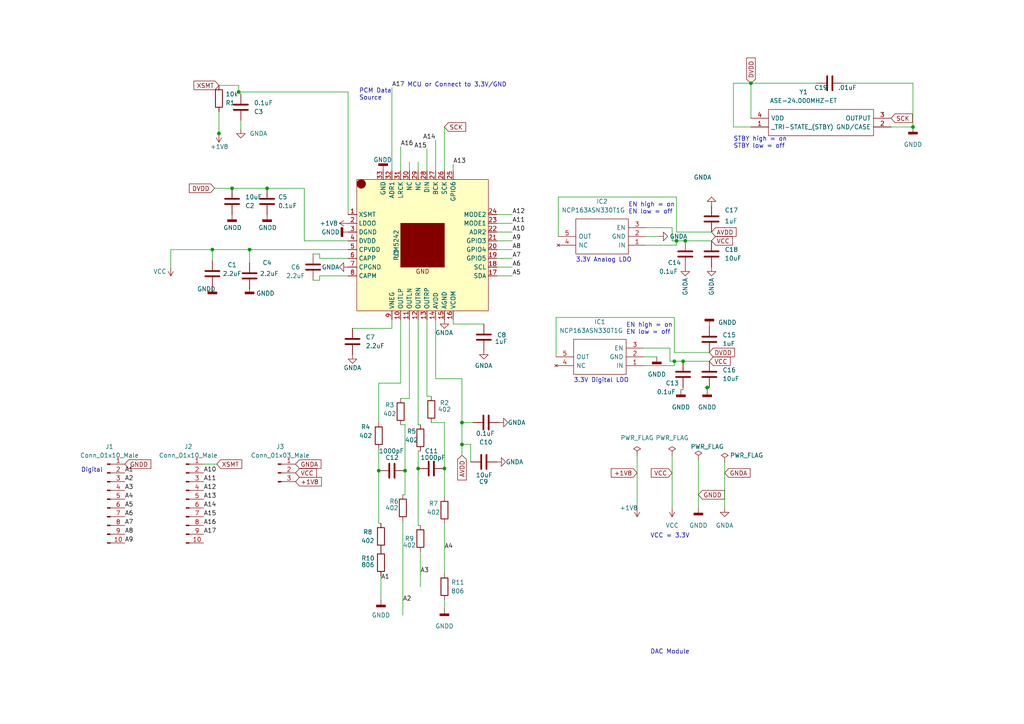
<source format=kicad_sch>
(kicad_sch (version 20211123) (generator eeschema)

  (uuid 6711fc8b-ea2f-4fa9-a3a9-7e8eec766e50)

  (paper "A4")

  (lib_symbols
    (symbol "+1V8_4" (power) (pin_names (offset 0)) (in_bom yes) (on_board yes)
      (property "Reference" "#PWR" (id 0) (at 0 -3.81 0)
        (effects (font (size 1.27 1.27)) hide)
      )
      (property "Value" "+1V8_4" (id 1) (at 0 3.556 0)
        (effects (font (size 1.27 1.27)))
      )
      (property "Footprint" "" (id 2) (at 0 0 0)
        (effects (font (size 1.27 1.27)) hide)
      )
      (property "Datasheet" "" (id 3) (at 0 0 0)
        (effects (font (size 1.27 1.27)) hide)
      )
      (property "ki_keywords" "power-flag" (id 4) (at 0 0 0)
        (effects (font (size 1.27 1.27)) hide)
      )
      (property "ki_description" "Power symbol creates a global label with name \"+1V8\"" (id 5) (at 0 0 0)
        (effects (font (size 1.27 1.27)) hide)
      )
      (symbol "+1V8_4_0_1"
        (polyline
          (pts
            (xy -0.762 1.27)
            (xy 0 2.54)
          )
          (stroke (width 0) (type default) (color 0 0 0 0))
          (fill (type none))
        )
        (polyline
          (pts
            (xy 0 0)
            (xy 0 2.54)
          )
          (stroke (width 0) (type default) (color 0 0 0 0))
          (fill (type none))
        )
        (polyline
          (pts
            (xy 0 2.54)
            (xy 0.762 1.27)
          )
          (stroke (width 0) (type default) (color 0 0 0 0))
          (fill (type none))
        )
      )
      (symbol "+1V8_4_1_1"
        (pin power_in line (at 0 0 90) (length 0) hide
          (name "+1V8" (effects (font (size 1.27 1.27))))
          (number "1" (effects (font (size 1.27 1.27))))
        )
      )
    )
    (symbol "Connector:Conn_01x03_Male" (pin_names (offset 1.016) hide) (in_bom yes) (on_board yes)
      (property "Reference" "J" (id 0) (at 0 5.08 0)
        (effects (font (size 1.27 1.27)))
      )
      (property "Value" "Conn_01x03_Male" (id 1) (at 0 -5.08 0)
        (effects (font (size 1.27 1.27)))
      )
      (property "Footprint" "" (id 2) (at 0 0 0)
        (effects (font (size 1.27 1.27)) hide)
      )
      (property "Datasheet" "~" (id 3) (at 0 0 0)
        (effects (font (size 1.27 1.27)) hide)
      )
      (property "ki_keywords" "connector" (id 4) (at 0 0 0)
        (effects (font (size 1.27 1.27)) hide)
      )
      (property "ki_description" "Generic connector, single row, 01x03, script generated (kicad-library-utils/schlib/autogen/connector/)" (id 5) (at 0 0 0)
        (effects (font (size 1.27 1.27)) hide)
      )
      (property "ki_fp_filters" "Connector*:*_1x??_*" (id 6) (at 0 0 0)
        (effects (font (size 1.27 1.27)) hide)
      )
      (symbol "Conn_01x03_Male_1_1"
        (polyline
          (pts
            (xy 1.27 -2.54)
            (xy 0.8636 -2.54)
          )
          (stroke (width 0.1524) (type default) (color 0 0 0 0))
          (fill (type none))
        )
        (polyline
          (pts
            (xy 1.27 0)
            (xy 0.8636 0)
          )
          (stroke (width 0.1524) (type default) (color 0 0 0 0))
          (fill (type none))
        )
        (polyline
          (pts
            (xy 1.27 2.54)
            (xy 0.8636 2.54)
          )
          (stroke (width 0.1524) (type default) (color 0 0 0 0))
          (fill (type none))
        )
        (rectangle (start 0.8636 -2.413) (end 0 -2.667)
          (stroke (width 0.1524) (type default) (color 0 0 0 0))
          (fill (type outline))
        )
        (rectangle (start 0.8636 0.127) (end 0 -0.127)
          (stroke (width 0.1524) (type default) (color 0 0 0 0))
          (fill (type outline))
        )
        (rectangle (start 0.8636 2.667) (end 0 2.413)
          (stroke (width 0.1524) (type default) (color 0 0 0 0))
          (fill (type outline))
        )
        (pin passive line (at 5.08 2.54 180) (length 3.81)
          (name "Pin_1" (effects (font (size 1.27 1.27))))
          (number "1" (effects (font (size 1.27 1.27))))
        )
        (pin passive line (at 5.08 0 180) (length 3.81)
          (name "Pin_2" (effects (font (size 1.27 1.27))))
          (number "2" (effects (font (size 1.27 1.27))))
        )
        (pin passive line (at 5.08 -2.54 180) (length 3.81)
          (name "Pin_3" (effects (font (size 1.27 1.27))))
          (number "3" (effects (font (size 1.27 1.27))))
        )
      )
    )
    (symbol "Connector:Conn_01x10_Male" (pin_names (offset 1.016) hide) (in_bom yes) (on_board yes)
      (property "Reference" "J" (id 0) (at 0 12.7 0)
        (effects (font (size 1.27 1.27)))
      )
      (property "Value" "Conn_01x10_Male" (id 1) (at 0 -15.24 0)
        (effects (font (size 1.27 1.27)))
      )
      (property "Footprint" "" (id 2) (at 0 0 0)
        (effects (font (size 1.27 1.27)) hide)
      )
      (property "Datasheet" "~" (id 3) (at 0 0 0)
        (effects (font (size 1.27 1.27)) hide)
      )
      (property "ki_keywords" "connector" (id 4) (at 0 0 0)
        (effects (font (size 1.27 1.27)) hide)
      )
      (property "ki_description" "Generic connector, single row, 01x10, script generated (kicad-library-utils/schlib/autogen/connector/)" (id 5) (at 0 0 0)
        (effects (font (size 1.27 1.27)) hide)
      )
      (property "ki_fp_filters" "Connector*:*_1x??_*" (id 6) (at 0 0 0)
        (effects (font (size 1.27 1.27)) hide)
      )
      (symbol "Conn_01x10_Male_1_1"
        (polyline
          (pts
            (xy 1.27 -12.7)
            (xy 0.8636 -12.7)
          )
          (stroke (width 0.1524) (type default) (color 0 0 0 0))
          (fill (type none))
        )
        (polyline
          (pts
            (xy 1.27 -10.16)
            (xy 0.8636 -10.16)
          )
          (stroke (width 0.1524) (type default) (color 0 0 0 0))
          (fill (type none))
        )
        (polyline
          (pts
            (xy 1.27 -7.62)
            (xy 0.8636 -7.62)
          )
          (stroke (width 0.1524) (type default) (color 0 0 0 0))
          (fill (type none))
        )
        (polyline
          (pts
            (xy 1.27 -5.08)
            (xy 0.8636 -5.08)
          )
          (stroke (width 0.1524) (type default) (color 0 0 0 0))
          (fill (type none))
        )
        (polyline
          (pts
            (xy 1.27 -2.54)
            (xy 0.8636 -2.54)
          )
          (stroke (width 0.1524) (type default) (color 0 0 0 0))
          (fill (type none))
        )
        (polyline
          (pts
            (xy 1.27 0)
            (xy 0.8636 0)
          )
          (stroke (width 0.1524) (type default) (color 0 0 0 0))
          (fill (type none))
        )
        (polyline
          (pts
            (xy 1.27 2.54)
            (xy 0.8636 2.54)
          )
          (stroke (width 0.1524) (type default) (color 0 0 0 0))
          (fill (type none))
        )
        (polyline
          (pts
            (xy 1.27 5.08)
            (xy 0.8636 5.08)
          )
          (stroke (width 0.1524) (type default) (color 0 0 0 0))
          (fill (type none))
        )
        (polyline
          (pts
            (xy 1.27 7.62)
            (xy 0.8636 7.62)
          )
          (stroke (width 0.1524) (type default) (color 0 0 0 0))
          (fill (type none))
        )
        (polyline
          (pts
            (xy 1.27 10.16)
            (xy 0.8636 10.16)
          )
          (stroke (width 0.1524) (type default) (color 0 0 0 0))
          (fill (type none))
        )
        (rectangle (start 0.8636 -12.573) (end 0 -12.827)
          (stroke (width 0.1524) (type default) (color 0 0 0 0))
          (fill (type outline))
        )
        (rectangle (start 0.8636 -10.033) (end 0 -10.287)
          (stroke (width 0.1524) (type default) (color 0 0 0 0))
          (fill (type outline))
        )
        (rectangle (start 0.8636 -7.493) (end 0 -7.747)
          (stroke (width 0.1524) (type default) (color 0 0 0 0))
          (fill (type outline))
        )
        (rectangle (start 0.8636 -4.953) (end 0 -5.207)
          (stroke (width 0.1524) (type default) (color 0 0 0 0))
          (fill (type outline))
        )
        (rectangle (start 0.8636 -2.413) (end 0 -2.667)
          (stroke (width 0.1524) (type default) (color 0 0 0 0))
          (fill (type outline))
        )
        (rectangle (start 0.8636 0.127) (end 0 -0.127)
          (stroke (width 0.1524) (type default) (color 0 0 0 0))
          (fill (type outline))
        )
        (rectangle (start 0.8636 2.667) (end 0 2.413)
          (stroke (width 0.1524) (type default) (color 0 0 0 0))
          (fill (type outline))
        )
        (rectangle (start 0.8636 5.207) (end 0 4.953)
          (stroke (width 0.1524) (type default) (color 0 0 0 0))
          (fill (type outline))
        )
        (rectangle (start 0.8636 7.747) (end 0 7.493)
          (stroke (width 0.1524) (type default) (color 0 0 0 0))
          (fill (type outline))
        )
        (rectangle (start 0.8636 10.287) (end 0 10.033)
          (stroke (width 0.1524) (type default) (color 0 0 0 0))
          (fill (type outline))
        )
        (pin passive line (at 5.08 10.16 180) (length 3.81)
          (name "Pin_1" (effects (font (size 1.27 1.27))))
          (number "1" (effects (font (size 1.27 1.27))))
        )
        (pin passive line (at 5.08 -12.7 180) (length 3.81)
          (name "Pin_10" (effects (font (size 1.27 1.27))))
          (number "10" (effects (font (size 1.27 1.27))))
        )
        (pin passive line (at 5.08 7.62 180) (length 3.81)
          (name "Pin_2" (effects (font (size 1.27 1.27))))
          (number "2" (effects (font (size 1.27 1.27))))
        )
        (pin passive line (at 5.08 5.08 180) (length 3.81)
          (name "Pin_3" (effects (font (size 1.27 1.27))))
          (number "3" (effects (font (size 1.27 1.27))))
        )
        (pin passive line (at 5.08 2.54 180) (length 3.81)
          (name "Pin_4" (effects (font (size 1.27 1.27))))
          (number "4" (effects (font (size 1.27 1.27))))
        )
        (pin passive line (at 5.08 0 180) (length 3.81)
          (name "Pin_5" (effects (font (size 1.27 1.27))))
          (number "5" (effects (font (size 1.27 1.27))))
        )
        (pin passive line (at 5.08 -2.54 180) (length 3.81)
          (name "Pin_6" (effects (font (size 1.27 1.27))))
          (number "6" (effects (font (size 1.27 1.27))))
        )
        (pin passive line (at 5.08 -5.08 180) (length 3.81)
          (name "Pin_7" (effects (font (size 1.27 1.27))))
          (number "7" (effects (font (size 1.27 1.27))))
        )
        (pin passive line (at 5.08 -7.62 180) (length 3.81)
          (name "Pin_8" (effects (font (size 1.27 1.27))))
          (number "8" (effects (font (size 1.27 1.27))))
        )
        (pin passive line (at 5.08 -10.16 180) (length 3.81)
          (name "Pin_9" (effects (font (size 1.27 1.27))))
          (number "9" (effects (font (size 1.27 1.27))))
        )
      )
    )
    (symbol "Device:C" (pin_numbers hide) (pin_names (offset 0.254)) (in_bom yes) (on_board yes)
      (property "Reference" "C" (id 0) (at 0.635 2.54 0)
        (effects (font (size 1.27 1.27)) (justify left))
      )
      (property "Value" "C" (id 1) (at 0.635 -2.54 0)
        (effects (font (size 1.27 1.27)) (justify left))
      )
      (property "Footprint" "" (id 2) (at 0.9652 -3.81 0)
        (effects (font (size 1.27 1.27)) hide)
      )
      (property "Datasheet" "~" (id 3) (at 0 0 0)
        (effects (font (size 1.27 1.27)) hide)
      )
      (property "ki_keywords" "cap capacitor" (id 4) (at 0 0 0)
        (effects (font (size 1.27 1.27)) hide)
      )
      (property "ki_description" "Unpolarized capacitor" (id 5) (at 0 0 0)
        (effects (font (size 1.27 1.27)) hide)
      )
      (property "ki_fp_filters" "C_*" (id 6) (at 0 0 0)
        (effects (font (size 1.27 1.27)) hide)
      )
      (symbol "C_0_1"
        (polyline
          (pts
            (xy -2.032 -0.762)
            (xy 2.032 -0.762)
          )
          (stroke (width 0.508) (type default) (color 0 0 0 0))
          (fill (type none))
        )
        (polyline
          (pts
            (xy -2.032 0.762)
            (xy 2.032 0.762)
          )
          (stroke (width 0.508) (type default) (color 0 0 0 0))
          (fill (type none))
        )
      )
      (symbol "C_1_1"
        (pin passive line (at 0 3.81 270) (length 2.794)
          (name "~" (effects (font (size 1.27 1.27))))
          (number "1" (effects (font (size 1.27 1.27))))
        )
        (pin passive line (at 0 -3.81 90) (length 2.794)
          (name "~" (effects (font (size 1.27 1.27))))
          (number "2" (effects (font (size 1.27 1.27))))
        )
      )
    )
    (symbol "Device:R" (pin_numbers hide) (pin_names (offset 0)) (in_bom yes) (on_board yes)
      (property "Reference" "R" (id 0) (at 2.032 0 90)
        (effects (font (size 1.27 1.27)))
      )
      (property "Value" "R" (id 1) (at 0 0 90)
        (effects (font (size 1.27 1.27)))
      )
      (property "Footprint" "" (id 2) (at -1.778 0 90)
        (effects (font (size 1.27 1.27)) hide)
      )
      (property "Datasheet" "~" (id 3) (at 0 0 0)
        (effects (font (size 1.27 1.27)) hide)
      )
      (property "ki_keywords" "R res resistor" (id 4) (at 0 0 0)
        (effects (font (size 1.27 1.27)) hide)
      )
      (property "ki_description" "Resistor" (id 5) (at 0 0 0)
        (effects (font (size 1.27 1.27)) hide)
      )
      (property "ki_fp_filters" "R_*" (id 6) (at 0 0 0)
        (effects (font (size 1.27 1.27)) hide)
      )
      (symbol "R_0_1"
        (rectangle (start -1.016 -2.54) (end 1.016 2.54)
          (stroke (width 0.254) (type default) (color 0 0 0 0))
          (fill (type none))
        )
      )
      (symbol "R_1_1"
        (pin passive line (at 0 3.81 270) (length 1.27)
          (name "~" (effects (font (size 1.27 1.27))))
          (number "1" (effects (font (size 1.27 1.27))))
        )
        (pin passive line (at 0 -3.81 90) (length 1.27)
          (name "~" (effects (font (size 1.27 1.27))))
          (number "2" (effects (font (size 1.27 1.27))))
        )
      )
    )
    (symbol "GNDA_1" (power) (pin_names (offset 0)) (in_bom yes) (on_board yes)
      (property "Reference" "#PWR" (id 0) (at 0 -6.35 0)
        (effects (font (size 1.27 1.27)) hide)
      )
      (property "Value" "GNDA_1" (id 1) (at 0 -3.81 0)
        (effects (font (size 1.27 1.27)))
      )
      (property "Footprint" "" (id 2) (at 0 0 0)
        (effects (font (size 1.27 1.27)) hide)
      )
      (property "Datasheet" "" (id 3) (at 0 0 0)
        (effects (font (size 1.27 1.27)) hide)
      )
      (property "ki_keywords" "power-flag" (id 4) (at 0 0 0)
        (effects (font (size 1.27 1.27)) hide)
      )
      (property "ki_description" "Power symbol creates a global label with name \"GNDA\" , analog ground" (id 5) (at 0 0 0)
        (effects (font (size 1.27 1.27)) hide)
      )
      (symbol "GNDA_1_0_1"
        (polyline
          (pts
            (xy 0 0)
            (xy 0 -1.27)
            (xy 1.27 -1.27)
            (xy 0 -2.54)
            (xy -1.27 -1.27)
            (xy 0 -1.27)
          )
          (stroke (width 0) (type default) (color 0 0 0 0))
          (fill (type none))
        )
      )
      (symbol "GNDA_1_1_1"
        (pin power_in line (at 0 0 270) (length 0) hide
          (name "GNDA" (effects (font (size 1.27 1.27))))
          (number "1" (effects (font (size 1.27 1.27))))
        )
      )
    )
    (symbol "GNDD_1" (power) (pin_names (offset 0)) (in_bom yes) (on_board yes)
      (property "Reference" "#PWR" (id 0) (at 0 -6.35 0)
        (effects (font (size 1.27 1.27)) hide)
      )
      (property "Value" "GNDD_1" (id 1) (at 0 -3.175 0)
        (effects (font (size 1.27 1.27)))
      )
      (property "Footprint" "" (id 2) (at 0 0 0)
        (effects (font (size 1.27 1.27)) hide)
      )
      (property "Datasheet" "" (id 3) (at 0 0 0)
        (effects (font (size 1.27 1.27)) hide)
      )
      (property "ki_keywords" "power-flag" (id 4) (at 0 0 0)
        (effects (font (size 1.27 1.27)) hide)
      )
      (property "ki_description" "Power symbol creates a global label with name \"GNDD\" , digital ground" (id 5) (at 0 0 0)
        (effects (font (size 1.27 1.27)) hide)
      )
      (symbol "GNDD_1_0_1"
        (rectangle (start -1.27 -1.524) (end 1.27 -2.032)
          (stroke (width 0.254) (type default) (color 0 0 0 0))
          (fill (type outline))
        )
        (polyline
          (pts
            (xy 0 0)
            (xy 0 -1.524)
          )
          (stroke (width 0) (type default) (color 0 0 0 0))
          (fill (type none))
        )
      )
      (symbol "GNDD_1_1_1"
        (pin power_in line (at 0 0 270) (length 0) hide
          (name "GNDD" (effects (font (size 1.27 1.27))))
          (number "1" (effects (font (size 1.27 1.27))))
        )
      )
    )
    (symbol "GNDD_6" (power) (pin_names (offset 0)) (in_bom yes) (on_board yes)
      (property "Reference" "#PWR" (id 0) (at 0 -6.35 0)
        (effects (font (size 1.27 1.27)) hide)
      )
      (property "Value" "GNDD_6" (id 1) (at 0 -3.175 0)
        (effects (font (size 1.27 1.27)))
      )
      (property "Footprint" "" (id 2) (at 0 0 0)
        (effects (font (size 1.27 1.27)) hide)
      )
      (property "Datasheet" "" (id 3) (at 0 0 0)
        (effects (font (size 1.27 1.27)) hide)
      )
      (property "ki_keywords" "power-flag" (id 4) (at 0 0 0)
        (effects (font (size 1.27 1.27)) hide)
      )
      (property "ki_description" "Power symbol creates a global label with name \"GNDD\" , digital ground" (id 5) (at 0 0 0)
        (effects (font (size 1.27 1.27)) hide)
      )
      (symbol "GNDD_6_0_1"
        (rectangle (start -1.27 -1.524) (end 1.27 -2.032)
          (stroke (width 0.254) (type default) (color 0 0 0 0))
          (fill (type outline))
        )
        (polyline
          (pts
            (xy 0 0)
            (xy 0 -1.524)
          )
          (stroke (width 0) (type default) (color 0 0 0 0))
          (fill (type none))
        )
      )
      (symbol "GNDD_6_1_1"
        (pin power_in line (at 0 0 270) (length 0) hide
          (name "GNDD" (effects (font (size 1.27 1.27))))
          (number "1" (effects (font (size 1.27 1.27))))
        )
      )
    )
    (symbol "PWR_FLAG_2" (power) (pin_numbers hide) (pin_names (offset 0) hide) (in_bom yes) (on_board yes)
      (property "Reference" "#FLG" (id 0) (at 0 1.905 0)
        (effects (font (size 1.27 1.27)) hide)
      )
      (property "Value" "PWR_FLAG_2" (id 1) (at 0 3.81 0)
        (effects (font (size 1.27 1.27)))
      )
      (property "Footprint" "" (id 2) (at 0 0 0)
        (effects (font (size 1.27 1.27)) hide)
      )
      (property "Datasheet" "~" (id 3) (at 0 0 0)
        (effects (font (size 1.27 1.27)) hide)
      )
      (property "ki_keywords" "power-flag" (id 4) (at 0 0 0)
        (effects (font (size 1.27 1.27)) hide)
      )
      (property "ki_description" "Special symbol for telling ERC where power comes from" (id 5) (at 0 0 0)
        (effects (font (size 1.27 1.27)) hide)
      )
      (symbol "PWR_FLAG_2_0_0"
        (pin power_out line (at 0 0 90) (length 0)
          (name "pwr" (effects (font (size 1.27 1.27))))
          (number "1" (effects (font (size 1.27 1.27))))
        )
      )
      (symbol "PWR_FLAG_2_0_1"
        (polyline
          (pts
            (xy 0 0)
            (xy 0 1.27)
            (xy -1.016 1.905)
            (xy 0 2.54)
            (xy 1.016 1.905)
            (xy 0 1.27)
          )
          (stroke (width 0) (type default) (color 0 0 0 0))
          (fill (type none))
        )
      )
    )
    (symbol "PWR_FLAG_3" (power) (pin_numbers hide) (pin_names (offset 0) hide) (in_bom yes) (on_board yes)
      (property "Reference" "#FLG" (id 0) (at 0 1.905 0)
        (effects (font (size 1.27 1.27)) hide)
      )
      (property "Value" "PWR_FLAG_3" (id 1) (at 0 3.81 0)
        (effects (font (size 1.27 1.27)))
      )
      (property "Footprint" "" (id 2) (at 0 0 0)
        (effects (font (size 1.27 1.27)) hide)
      )
      (property "Datasheet" "~" (id 3) (at 0 0 0)
        (effects (font (size 1.27 1.27)) hide)
      )
      (property "ki_keywords" "power-flag" (id 4) (at 0 0 0)
        (effects (font (size 1.27 1.27)) hide)
      )
      (property "ki_description" "Special symbol for telling ERC where power comes from" (id 5) (at 0 0 0)
        (effects (font (size 1.27 1.27)) hide)
      )
      (symbol "PWR_FLAG_3_0_0"
        (pin power_out line (at 0 0 90) (length 0)
          (name "pwr" (effects (font (size 1.27 1.27))))
          (number "1" (effects (font (size 1.27 1.27))))
        )
      )
      (symbol "PWR_FLAG_3_0_1"
        (polyline
          (pts
            (xy 0 0)
            (xy 0 1.27)
            (xy -1.016 1.905)
            (xy 0 2.54)
            (xy 1.016 1.905)
            (xy 0 1.27)
          )
          (stroke (width 0) (type default) (color 0 0 0 0))
          (fill (type none))
        )
      )
    )
    (symbol "PWR_FLAG_4" (power) (pin_numbers hide) (pin_names (offset 0) hide) (in_bom yes) (on_board yes)
      (property "Reference" "#FLG" (id 0) (at 0 1.905 0)
        (effects (font (size 1.27 1.27)) hide)
      )
      (property "Value" "PWR_FLAG_4" (id 1) (at 0 3.81 0)
        (effects (font (size 1.27 1.27)))
      )
      (property "Footprint" "" (id 2) (at 0 0 0)
        (effects (font (size 1.27 1.27)) hide)
      )
      (property "Datasheet" "~" (id 3) (at 0 0 0)
        (effects (font (size 1.27 1.27)) hide)
      )
      (property "ki_keywords" "power-flag" (id 4) (at 0 0 0)
        (effects (font (size 1.27 1.27)) hide)
      )
      (property "ki_description" "Special symbol for telling ERC where power comes from" (id 5) (at 0 0 0)
        (effects (font (size 1.27 1.27)) hide)
      )
      (symbol "PWR_FLAG_4_0_0"
        (pin power_out line (at 0 0 90) (length 0)
          (name "pwr" (effects (font (size 1.27 1.27))))
          (number "1" (effects (font (size 1.27 1.27))))
        )
      )
      (symbol "PWR_FLAG_4_0_1"
        (polyline
          (pts
            (xy 0 0)
            (xy 0 1.27)
            (xy -1.016 1.905)
            (xy 0 2.54)
            (xy 1.016 1.905)
            (xy 0 1.27)
          )
          (stroke (width 0) (type default) (color 0 0 0 0))
          (fill (type none))
        )
      )
    )
    (symbol "VCC_3" (power) (pin_names (offset 0)) (in_bom yes) (on_board yes)
      (property "Reference" "#PWR" (id 0) (at 0 -3.81 0)
        (effects (font (size 1.27 1.27)) hide)
      )
      (property "Value" "VCC_3" (id 1) (at 0 3.81 0)
        (effects (font (size 1.27 1.27)))
      )
      (property "Footprint" "" (id 2) (at 0 0 0)
        (effects (font (size 1.27 1.27)) hide)
      )
      (property "Datasheet" "" (id 3) (at 0 0 0)
        (effects (font (size 1.27 1.27)) hide)
      )
      (property "ki_keywords" "power-flag" (id 4) (at 0 0 0)
        (effects (font (size 1.27 1.27)) hide)
      )
      (property "ki_description" "Power symbol creates a global label with name \"VCC\"" (id 5) (at 0 0 0)
        (effects (font (size 1.27 1.27)) hide)
      )
      (symbol "VCC_3_0_1"
        (polyline
          (pts
            (xy -0.762 1.27)
            (xy 0 2.54)
          )
          (stroke (width 0) (type default) (color 0 0 0 0))
          (fill (type none))
        )
        (polyline
          (pts
            (xy 0 0)
            (xy 0 2.54)
          )
          (stroke (width 0) (type default) (color 0 0 0 0))
          (fill (type none))
        )
        (polyline
          (pts
            (xy 0 2.54)
            (xy 0.762 1.27)
          )
          (stroke (width 0) (type default) (color 0 0 0 0))
          (fill (type none))
        )
      )
      (symbol "VCC_3_1_1"
        (pin power_in line (at 0 0 90) (length 0) hide
          (name "VCC" (effects (font (size 1.27 1.27))))
          (number "1" (effects (font (size 1.27 1.27))))
        )
      )
    )
    (symbol "custom_lib:ASE-24.000MHZ-ET" (pin_names (offset 0.762)) (in_bom yes) (on_board yes)
      (property "Reference" "Y" (id 0) (at 46.99 7.62 0)
        (effects (font (size 1.27 1.27)) (justify left))
      )
      (property "Value" "ASE-24.000MHZ-ET" (id 1) (at 46.99 5.08 0)
        (effects (font (size 1.27 1.27)) (justify left))
      )
      (property "Footprint" "ASE24000MHZET" (id 2) (at 46.99 2.54 0)
        (effects (font (size 1.27 1.27)) (justify left) hide)
      )
      (property "Datasheet" "https://abracon.com/Oscillators/ASEseries.pdf" (id 3) (at 46.99 0 0)
        (effects (font (size 1.27 1.27)) (justify left) hide)
      )
      (property "Description" "ABRACON - ASE-24.000MHZ-ET - Oscillator, 24 MHz, 100 ppm, SMD, 3.2mm x 2.5mm, LVCMOS, 3.3 V, ASE Series" (id 4) (at 46.99 -2.54 0)
        (effects (font (size 1.27 1.27)) (justify left) hide)
      )
      (property "Height" "1.2" (id 5) (at 46.99 -5.08 0)
        (effects (font (size 1.27 1.27)) (justify left) hide)
      )
      (property "Manufacturer_Name" "ABRACON" (id 6) (at 46.99 -7.62 0)
        (effects (font (size 1.27 1.27)) (justify left) hide)
      )
      (property "Manufacturer_Part_Number" "ASE-24.000MHZ-ET" (id 7) (at 46.99 -10.16 0)
        (effects (font (size 1.27 1.27)) (justify left) hide)
      )
      (property "Mouser Part Number" "815-ASE24.000MHZET" (id 8) (at 46.99 -12.7 0)
        (effects (font (size 1.27 1.27)) (justify left) hide)
      )
      (property "Mouser Price/Stock" "https://www.mouser.co.uk/ProductDetail/ABRACON/ASE-24000MHZ-ET?qs=uDmhV2jwPRdw4GrVOJ4VTQ%3D%3D" (id 9) (at 46.99 -15.24 0)
        (effects (font (size 1.27 1.27)) (justify left) hide)
      )
      (property "Arrow Part Number" "ASE-24.000MHZ-ET" (id 10) (at 46.99 -17.78 0)
        (effects (font (size 1.27 1.27)) (justify left) hide)
      )
      (property "Arrow Price/Stock" "https://www.arrow.com/en/products/ase-24.000mhz-et/abracon" (id 11) (at 46.99 -20.32 0)
        (effects (font (size 1.27 1.27)) (justify left) hide)
      )
      (property "Mouser Testing Part Number" "" (id 12) (at 46.99 -22.86 0)
        (effects (font (size 1.27 1.27)) (justify left) hide)
      )
      (property "Mouser Testing Price/Stock" "" (id 13) (at 46.99 -25.4 0)
        (effects (font (size 1.27 1.27)) (justify left) hide)
      )
      (property "ki_description" "ABRACON - ASE-24.000MHZ-ET - Oscillator, 24 MHz, 100 ppm, SMD, 3.2mm x 2.5mm, LVCMOS, 3.3 V, ASE Series" (id 14) (at 0 0 0)
        (effects (font (size 1.27 1.27)) hide)
      )
      (symbol "ASE-24.000MHZ-ET_0_0"
        (pin passive line (at 10.16 -2.54 0) (length 5.08)
          (name "_TRI-STATE_(STBY)" (effects (font (size 1.27 1.27))))
          (number "1" (effects (font (size 1.27 1.27))))
        )
        (pin passive line (at 50.8 -2.54 180) (length 5.08)
          (name "GND/CASE" (effects (font (size 1.27 1.27))))
          (number "2" (effects (font (size 1.27 1.27))))
        )
        (pin passive line (at 50.8 0 180) (length 5.08)
          (name "OUTPUT" (effects (font (size 1.27 1.27))))
          (number "3" (effects (font (size 1.27 1.27))))
        )
        (pin passive line (at 10.16 0 0) (length 5.08)
          (name "VDD" (effects (font (size 1.27 1.27))))
          (number "4" (effects (font (size 1.27 1.27))))
        )
      )
      (symbol "ASE-24.000MHZ-ET_0_1"
        (polyline
          (pts
            (xy 15.24 2.54)
            (xy 45.72 2.54)
            (xy 45.72 -5.08)
            (xy 15.24 -5.08)
            (xy 15.24 2.54)
          )
          (stroke (width 0.1524) (type default) (color 0 0 0 0))
          (fill (type none))
        )
      )
    )
    (symbol "custom_lib:NCP163ASN330T1G" (pin_names (offset 0.762)) (in_bom yes) (on_board yes)
      (property "Reference" "IC" (id 0) (at 21.59 7.62 0)
        (effects (font (size 1.27 1.27)) (justify left))
      )
      (property "Value" "NCP163ASN330T1G" (id 1) (at 21.59 5.08 0)
        (effects (font (size 1.27 1.27)) (justify left))
      )
      (property "Footprint" "SOT95P280X145-5N" (id 2) (at 21.59 2.54 0)
        (effects (font (size 1.27 1.27)) (justify left) hide)
      )
      (property "Datasheet" "https://componentsearchengine.com/Datasheets/2/NCP163ASN330T1G.pdf" (id 3) (at 21.59 0 0)
        (effects (font (size 1.27 1.27)) (justify left) hide)
      )
      (property "Description" "ON SEMICONDUCTOR - NCP163ASN330T1G - Fixed LDO Voltage Regulator, 2.2V to 5.5V, 105mV drop, 3.3V/250mA out, SOT-23-5" (id 4) (at 21.59 -2.54 0)
        (effects (font (size 1.27 1.27)) (justify left) hide)
      )
      (property "Height" "1.45" (id 5) (at 21.59 -5.08 0)
        (effects (font (size 1.27 1.27)) (justify left) hide)
      )
      (property "Manufacturer_Name" "onsemi" (id 6) (at 21.59 -7.62 0)
        (effects (font (size 1.27 1.27)) (justify left) hide)
      )
      (property "Manufacturer_Part_Number" "NCP163ASN330T1G" (id 7) (at 21.59 -10.16 0)
        (effects (font (size 1.27 1.27)) (justify left) hide)
      )
      (property "Mouser Part Number" "863-NCP163ASN330T1G" (id 8) (at 21.59 -12.7 0)
        (effects (font (size 1.27 1.27)) (justify left) hide)
      )
      (property "Mouser Price/Stock" "https://www.mouser.co.uk/ProductDetail/onsemi/NCP163ASN330T1G?qs=vLWxofP3U2ykJIQb1%252BPKcA%3D%3D" (id 9) (at 21.59 -15.24 0)
        (effects (font (size 1.27 1.27)) (justify left) hide)
      )
      (property "Arrow Part Number" "NCP163ASN330T1G" (id 10) (at 21.59 -17.78 0)
        (effects (font (size 1.27 1.27)) (justify left) hide)
      )
      (property "Arrow Price/Stock" "https://www.arrow.com/en/products/ncp163asn330t1g/on-semiconductor?region=nac" (id 11) (at 21.59 -20.32 0)
        (effects (font (size 1.27 1.27)) (justify left) hide)
      )
      (property "Mouser Testing Part Number" "" (id 12) (at 21.59 -22.86 0)
        (effects (font (size 1.27 1.27)) (justify left) hide)
      )
      (property "Mouser Testing Price/Stock" "" (id 13) (at 21.59 -25.4 0)
        (effects (font (size 1.27 1.27)) (justify left) hide)
      )
      (property "ki_description" "ON SEMICONDUCTOR - NCP163ASN330T1G - Fixed LDO Voltage Regulator, 2.2V to 5.5V, 105mV drop, 3.3V/250mA out, SOT-23-5" (id 14) (at 0 0 0)
        (effects (font (size 1.27 1.27)) hide)
      )
      (symbol "NCP163ASN330T1G_0_0"
        (pin passive line (at 0 0 0) (length 5.08)
          (name "IN" (effects (font (size 1.27 1.27))))
          (number "1" (effects (font (size 1.27 1.27))))
        )
        (pin passive line (at 0 -2.54 0) (length 5.08)
          (name "GND" (effects (font (size 1.27 1.27))))
          (number "2" (effects (font (size 1.27 1.27))))
        )
        (pin passive line (at 0 -5.08 0) (length 5.08)
          (name "EN" (effects (font (size 1.27 1.27))))
          (number "3" (effects (font (size 1.27 1.27))))
        )
        (pin no_connect line (at 25.4 0 180) (length 5.08)
          (name "NC" (effects (font (size 1.27 1.27))))
          (number "4" (effects (font (size 1.27 1.27))))
        )
        (pin passive line (at 25.4 -2.54 180) (length 5.08)
          (name "OUT" (effects (font (size 1.27 1.27))))
          (number "5" (effects (font (size 1.27 1.27))))
        )
      )
      (symbol "NCP163ASN330T1G_0_1"
        (polyline
          (pts
            (xy 5.08 2.54)
            (xy 20.32 2.54)
            (xy 20.32 -7.62)
            (xy 5.08 -7.62)
            (xy 5.08 2.54)
          )
          (stroke (width 0.1524) (type default) (color 0 0 0 0))
          (fill (type none))
        )
      )
    )
    (symbol "custom_lib:PCM5242" (in_bom yes) (on_board yes)
      (property "Reference" "U1" (id 0) (at 4.445 40.64 90)
        (effects (font (size 1.27 1.27)))
      )
      (property "Value" "PCM5242" (id 1) (at 4.445 43.18 90)
        (effects (font (size 1.27 1.27)))
      )
      (property "Footprint" "custom_lib:PCM5242RHBT" (id 2) (at -5.08 0 0)
        (effects (font (size 1.27 1.27)) hide)
      )
      (property "Datasheet" "" (id 3) (at -5.08 0 0)
        (effects (font (size 1.27 1.27)) hide)
      )
      (symbol "PCM5242_0_0"
        (text "GND" (at 19.05 -26.67 0)
          (effects (font (size 1.27 1.27)))
        )
        (text "GND" (at 21.59 -24.13 0)
          (effects (font (size 1.27 1.27)))
        )
      )
      (symbol "PCM5242_0_1"
        (rectangle (start 0 0) (end 38.1 -38.1)
          (stroke (width 0) (type default) (color 0 0 0 0))
          (fill (type background))
        )
        (circle (center 1.27 -1.27) (radius 1.27)
          (stroke (width 0) (type default) (color 0 0 0 0))
          (fill (type outline))
        )
        (rectangle (start 12.7 -12.7) (end 25.4 -25.4)
          (stroke (width 0) (type default) (color 0 0 0 0))
          (fill (type outline))
        )
      )
      (symbol "PCM5242_1_1"
        (pin passive line (at -2.54 -10.16 0) (length 2.54)
          (name "XSMT" (effects (font (size 1.27 1.27))))
          (number "1" (effects (font (size 1.27 1.27))))
        )
        (pin passive line (at 12.7 -40.64 90) (length 2.54)
          (name "OUTLP" (effects (font (size 1.27 1.27))))
          (number "10" (effects (font (size 1.27 1.27))))
        )
        (pin passive line (at 15.24 -40.64 90) (length 2.54)
          (name "OUTLN" (effects (font (size 1.27 1.27))))
          (number "11" (effects (font (size 1.27 1.27))))
        )
        (pin passive line (at 17.78 -40.64 90) (length 2.54)
          (name "OUTRN" (effects (font (size 1.27 1.27))))
          (number "12" (effects (font (size 1.27 1.27))))
        )
        (pin passive line (at 20.32 -40.64 90) (length 2.54)
          (name "OUTRP" (effects (font (size 1.27 1.27))))
          (number "13" (effects (font (size 1.27 1.27))))
        )
        (pin passive line (at 22.86 -40.64 90) (length 2.54)
          (name "AVDD" (effects (font (size 1.27 1.27))))
          (number "14" (effects (font (size 1.27 1.27))))
        )
        (pin passive line (at 25.4 -40.64 90) (length 2.54)
          (name "AGND" (effects (font (size 1.27 1.27))))
          (number "15" (effects (font (size 1.27 1.27))))
        )
        (pin passive line (at 27.94 -40.64 90) (length 2.54)
          (name "VCOM" (effects (font (size 1.27 1.27))))
          (number "16" (effects (font (size 1.27 1.27))))
        )
        (pin passive line (at 40.64 -27.94 180) (length 2.54)
          (name "SDA" (effects (font (size 1.27 1.27))))
          (number "17" (effects (font (size 1.27 1.27))))
        )
        (pin passive line (at 40.64 -25.4 180) (length 2.54)
          (name "SCL" (effects (font (size 1.27 1.27))))
          (number "18" (effects (font (size 1.27 1.27))))
        )
        (pin passive line (at 40.64 -22.86 180) (length 2.54)
          (name "GPIO5" (effects (font (size 1.27 1.27))))
          (number "19" (effects (font (size 1.27 1.27))))
        )
        (pin passive line (at -2.54 -12.7 0) (length 2.54)
          (name "LDOO" (effects (font (size 1.27 1.27))))
          (number "2" (effects (font (size 1.27 1.27))))
        )
        (pin passive line (at 40.64 -20.32 180) (length 2.54)
          (name "GPIO4" (effects (font (size 1.27 1.27))))
          (number "20" (effects (font (size 1.27 1.27))))
        )
        (pin passive line (at 40.64 -17.78 180) (length 2.54)
          (name "GPIO3" (effects (font (size 1.27 1.27))))
          (number "21" (effects (font (size 1.27 1.27))))
        )
        (pin passive line (at 40.64 -15.24 180) (length 2.54)
          (name "ADR2" (effects (font (size 1.27 1.27))))
          (number "22" (effects (font (size 1.27 1.27))))
        )
        (pin passive line (at 40.64 -12.7 180) (length 2.54)
          (name "MODE1" (effects (font (size 1.27 1.27))))
          (number "23" (effects (font (size 1.27 1.27))))
        )
        (pin passive line (at 40.64 -10.16 180) (length 2.54)
          (name "MODE2" (effects (font (size 1.27 1.27))))
          (number "24" (effects (font (size 1.27 1.27))))
        )
        (pin passive line (at 27.94 2.54 270) (length 2.54)
          (name "GPIO6" (effects (font (size 1.27 1.27))))
          (number "25" (effects (font (size 1.27 1.27))))
        )
        (pin passive line (at 25.4 2.54 270) (length 2.54)
          (name "SCK" (effects (font (size 1.27 1.27))))
          (number "26" (effects (font (size 1.27 1.27))))
        )
        (pin passive line (at 22.86 2.54 270) (length 2.54)
          (name "BCK" (effects (font (size 1.27 1.27))))
          (number "27" (effects (font (size 1.27 1.27))))
        )
        (pin passive line (at 20.32 2.54 270) (length 2.54)
          (name "DIN" (effects (font (size 1.27 1.27))))
          (number "28" (effects (font (size 1.27 1.27))))
        )
        (pin passive line (at 17.78 2.54 270) (length 2.54)
          (name "NC" (effects (font (size 1.27 1.27))))
          (number "29" (effects (font (size 1.27 1.27))))
        )
        (pin passive line (at -2.54 -15.24 0) (length 2.54)
          (name "DGND" (effects (font (size 1.27 1.27))))
          (number "3" (effects (font (size 1.27 1.27))))
        )
        (pin passive line (at 15.24 2.54 270) (length 2.54)
          (name "NC" (effects (font (size 1.27 1.27))))
          (number "30" (effects (font (size 1.27 1.27))))
        )
        (pin passive line (at 12.7 2.54 270) (length 2.54)
          (name "LRCK" (effects (font (size 1.27 1.27))))
          (number "31" (effects (font (size 1.27 1.27))))
        )
        (pin passive line (at 10.16 2.54 270) (length 2.54)
          (name "ADR1" (effects (font (size 1.27 1.27))))
          (number "32" (effects (font (size 1.27 1.27))))
        )
        (pin passive line (at 7.62 2.54 270) (length 2.54)
          (name "GND" (effects (font (size 1.27 1.27))))
          (number "33" (effects (font (size 1.27 1.27))))
        )
        (pin passive line (at -2.54 -17.78 0) (length 2.54)
          (name "DVDD" (effects (font (size 1.27 1.27))))
          (number "4" (effects (font (size 1.27 1.27))))
        )
        (pin passive line (at -2.54 -20.32 0) (length 2.54)
          (name "CPVDD" (effects (font (size 1.27 1.27))))
          (number "5" (effects (font (size 1.27 1.27))))
        )
        (pin passive line (at -2.54 -22.86 0) (length 2.54)
          (name "CAPP" (effects (font (size 1.27 1.27))))
          (number "6" (effects (font (size 1.27 1.27))))
        )
        (pin passive line (at -2.54 -25.4 0) (length 2.54)
          (name "CPGND" (effects (font (size 1.27 1.27))))
          (number "7" (effects (font (size 1.27 1.27))))
        )
        (pin passive line (at -2.54 -27.94 0) (length 2.54)
          (name "CAPM" (effects (font (size 1.27 1.27))))
          (number "8" (effects (font (size 1.27 1.27))))
        )
        (pin passive line (at 10.16 -40.64 90) (length 2.54)
          (name "VNEG" (effects (font (size 1.27 1.27))))
          (number "9" (effects (font (size 1.27 1.27))))
        )
      )
    )
    (symbol "power:GNDA" (power) (pin_names (offset 0)) (in_bom yes) (on_board yes)
      (property "Reference" "#PWR" (id 0) (at 0 -6.35 0)
        (effects (font (size 1.27 1.27)) hide)
      )
      (property "Value" "GNDA" (id 1) (at 0 -3.81 0)
        (effects (font (size 1.27 1.27)))
      )
      (property "Footprint" "" (id 2) (at 0 0 0)
        (effects (font (size 1.27 1.27)) hide)
      )
      (property "Datasheet" "" (id 3) (at 0 0 0)
        (effects (font (size 1.27 1.27)) hide)
      )
      (property "ki_keywords" "power-flag" (id 4) (at 0 0 0)
        (effects (font (size 1.27 1.27)) hide)
      )
      (property "ki_description" "Power symbol creates a global label with name \"GNDA\" , analog ground" (id 5) (at 0 0 0)
        (effects (font (size 1.27 1.27)) hide)
      )
      (symbol "GNDA_0_1"
        (polyline
          (pts
            (xy 0 0)
            (xy 0 -1.27)
            (xy 1.27 -1.27)
            (xy 0 -2.54)
            (xy -1.27 -1.27)
            (xy 0 -1.27)
          )
          (stroke (width 0) (type default) (color 0 0 0 0))
          (fill (type none))
        )
      )
      (symbol "GNDA_1_1"
        (pin power_in line (at 0 0 270) (length 0) hide
          (name "GNDA" (effects (font (size 1.27 1.27))))
          (number "1" (effects (font (size 1.27 1.27))))
        )
      )
    )
  )

  (junction (at 217.805 24.13) (diameter 0) (color 0 0 0 0)
    (uuid 045b7bbe-10cc-43e6-81a8-7ce6d106e381)
  )
  (junction (at 69.215 26.67) (diameter 0) (color 0 0 0 0)
    (uuid 1f06063f-e9c2-4173-bf15-9badd641c07e)
  )
  (junction (at 72.39 72.39) (diameter 0) (color 0 0 0 0)
    (uuid 2ca3b83d-2664-4631-af73-dce90b7911df)
  )
  (junction (at 77.47 54.61) (diameter 0) (color 0 0 0 0)
    (uuid 2fc216d9-914c-4fc0-93be-168da2c8d61e)
  )
  (junction (at 198.755 69.85) (diameter 0) (color 0 0 0 0)
    (uuid 3cfbff36-c358-4a2c-829c-11d2d6f64767)
  )
  (junction (at 117.475 136.525) (diameter 0) (color 0 0 0 0)
    (uuid 4a454201-3ca8-43b9-a0c0-06d07b76a1e4)
  )
  (junction (at 121.285 135.89) (diameter 0) (color 0 0 0 0)
    (uuid 4d73cb6a-f50a-4ac9-9882-071f8f43021e)
  )
  (junction (at 67.31 54.61) (diameter 0) (color 0 0 0 0)
    (uuid 63666704-1017-49b4-89a9-f398f5598c5f)
  )
  (junction (at 196.215 69.85) (diameter 0) (color 0 0 0 0)
    (uuid 67519a2f-eeb5-436f-b9a0-57d21a9ce307)
  )
  (junction (at 133.985 128.905) (diameter 0) (color 0 0 0 0)
    (uuid 68814070-30a3-42b7-acee-2a3a6ad3258c)
  )
  (junction (at 198.12 104.775) (diameter 0) (color 0 0 0 0)
    (uuid 73904d22-0eef-4429-a0c3-23b4b0a84b79)
  )
  (junction (at 128.905 135.89) (diameter 0) (color 0 0 0 0)
    (uuid 73f0f71f-ae75-4ba4-bc2b-fa517ffb0317)
  )
  (junction (at 205.105 112.395) (diameter 0) (color 0 0 0 0)
    (uuid 86ce5597-cec9-4232-a086-d0a046794943)
  )
  (junction (at 61.595 72.39) (diameter 0) (color 0 0 0 0)
    (uuid c9d012b7-48a3-4bd0-bccd-281196754cdf)
  )
  (junction (at 109.855 136.525) (diameter 0) (color 0 0 0 0)
    (uuid cc421876-382d-4a76-8453-c6f7e239f445)
  )
  (junction (at 133.985 122.555) (diameter 0) (color 0 0 0 0)
    (uuid d18bc8c6-1bb8-4f0b-b351-3f2fc5f65c5b)
  )
  (junction (at 63.5 38.7038) (diameter 0) (color 0 0 0 0)
    (uuid d956b35d-3b1b-45cf-8b0a-dcd3766ca98b)
  )
  (junction (at 195.58 104.775) (diameter 0) (color 0 0 0 0)
    (uuid e3335118-7f50-4839-968d-47e52fd153af)
  )
  (junction (at 264.795 36.83) (diameter 0) (color 0 0 0 0)
    (uuid f1fc6c68-c643-4c19-95eb-db85e1d7123f)
  )

  (wire (pts (xy 144.145 72.39) (xy 148.59 72.39))
    (stroke (width 0) (type default) (color 0 0 0 0))
    (uuid 0c3c8b4a-6826-4672-b7d6-ca7348bb1d02)
  )
  (wire (pts (xy 198.12 113.03) (xy 198.12 112.395))
    (stroke (width 0) (type default) (color 0 0 0 0))
    (uuid 0c53b9df-e512-4705-8995-936dca22fade)
  )
  (wire (pts (xy 121.92 160.02) (xy 121.92 170.18))
    (stroke (width 0) (type default) (color 0 0 0 0))
    (uuid 0fc6795d-3b95-47b1-97fe-d4f46227a585)
  )
  (wire (pts (xy 264.795 36.83) (xy 258.445 36.83))
    (stroke (width 0) (type default) (color 0 0 0 0))
    (uuid 108b6535-d741-4c90-b02a-8d05a9c720ca)
  )
  (wire (pts (xy 121.285 135.89) (xy 121.285 152.4))
    (stroke (width 0) (type default) (color 0 0 0 0))
    (uuid 1124f2fc-63ee-4d65-92e7-8ae296467169)
  )
  (wire (pts (xy 117.475 143.51) (xy 116.84 143.51))
    (stroke (width 0) (type default) (color 0 0 0 0))
    (uuid 13ce9709-5d0e-487e-8811-9519215d9dde)
  )
  (wire (pts (xy 128.905 122.555) (xy 128.905 135.89))
    (stroke (width 0) (type default) (color 0 0 0 0))
    (uuid 1455ecd2-8848-4d7c-b830-69c8e0f6c9ac)
  )
  (wire (pts (xy 161.29 103.505) (xy 161.29 92.075))
    (stroke (width 0) (type default) (color 0 0 0 0))
    (uuid 1b9e3754-d71d-4d7a-80e1-7dd0af9e943e)
  )
  (wire (pts (xy 126.365 40.64) (xy 126.365 49.53))
    (stroke (width 0) (type default) (color 0 0 0 0))
    (uuid 1c4485dc-0ee6-4437-b338-f76c0180cac7)
  )
  (wire (pts (xy 204.47 112.395) (xy 205.105 112.395))
    (stroke (width 0) (type default) (color 0 0 0 0))
    (uuid 1ce221b4-d052-4002-9487-42f5c4b3f4f1)
  )
  (wire (pts (xy 187.325 68.58) (xy 191.135 68.58))
    (stroke (width 0) (type default) (color 0 0 0 0))
    (uuid 1f38bb70-ae5b-4162-87b2-6335fe3580b1)
  )
  (wire (pts (xy 131.445 93.98) (xy 131.445 92.71))
    (stroke (width 0) (type default) (color 0 0 0 0))
    (uuid 1f916c16-4e60-4242-9cff-dbacd08d4f02)
  )
  (wire (pts (xy 109.855 111.125) (xy 116.205 111.125))
    (stroke (width 0) (type default) (color 0 0 0 0))
    (uuid 1fe58e43-d30a-4354-baa0-eb82da9fbbbc)
  )
  (wire (pts (xy 210.185 133.985) (xy 210.185 147.32))
    (stroke (width 0) (type default) (color 0 0 0 0))
    (uuid 203018f0-1d4a-45b3-8bcc-380de34f40fa)
  )
  (wire (pts (xy 109.855 111.125) (xy 109.855 122.555))
    (stroke (width 0) (type default) (color 0 0 0 0))
    (uuid 225e69a5-0fa9-402e-a041-9ba13b687ceb)
  )
  (wire (pts (xy 196.215 69.85) (xy 198.755 69.85))
    (stroke (width 0) (type default) (color 0 0 0 0))
    (uuid 2414233c-2519-4571-9a30-c917c45446b3)
  )
  (wire (pts (xy 116.205 123.19) (xy 117.475 123.19))
    (stroke (width 0) (type default) (color 0 0 0 0))
    (uuid 2969550d-4663-4b7f-a8dd-d32a48734a7b)
  )
  (wire (pts (xy 63.5 38.735) (xy 63.5 38.7038))
    (stroke (width 0) (type default) (color 0 0 0 0))
    (uuid 2b980f07-9cf8-44a8-ba6e-173cc1368052)
  )
  (wire (pts (xy 126.365 109.855) (xy 133.985 109.855))
    (stroke (width 0) (type default) (color 0 0 0 0))
    (uuid 2fbcc679-0c07-4b42-88b7-3e20a3e5d365)
  )
  (wire (pts (xy 195.58 104.775) (xy 198.12 104.775))
    (stroke (width 0) (type default) (color 0 0 0 0))
    (uuid 30a518a9-dd34-4988-9a5f-648d74d1f2f3)
  )
  (wire (pts (xy 133.985 128.905) (xy 133.985 122.555))
    (stroke (width 0) (type default) (color 0 0 0 0))
    (uuid 32425da5-1f4c-49ae-8812-a52675279be6)
  )
  (wire (pts (xy 131.445 49.53) (xy 131.445 47.625))
    (stroke (width 0) (type default) (color 0 0 0 0))
    (uuid 33e56a76-e442-489a-8c2e-6df1f3362b54)
  )
  (wire (pts (xy 264.795 24.13) (xy 264.795 36.83))
    (stroke (width 0) (type default) (color 0 0 0 0))
    (uuid 351ce3b1-c1eb-4c32-b054-d24ea6bbea56)
  )
  (wire (pts (xy 116.205 111.125) (xy 116.205 92.71))
    (stroke (width 0) (type default) (color 0 0 0 0))
    (uuid 3ae3191d-f218-45f4-ba64-ca45213ebe99)
  )
  (wire (pts (xy 148.59 67.31) (xy 144.145 67.31))
    (stroke (width 0) (type default) (color 0 0 0 0))
    (uuid 3c7379d1-ded3-4827-b58f-897730bc23b1)
  )
  (wire (pts (xy 186.69 106.045) (xy 195.58 106.045))
    (stroke (width 0) (type default) (color 0 0 0 0))
    (uuid 3cd7c213-4f3e-4bfd-9182-04781de6beb5)
  )
  (wire (pts (xy 128.905 135.89) (xy 128.905 144.145))
    (stroke (width 0) (type default) (color 0 0 0 0))
    (uuid 3e3949c9-80d7-406e-a83a-90cb643afe26)
  )
  (wire (pts (xy 212.725 24.13) (xy 217.805 24.13))
    (stroke (width 0) (type default) (color 0 0 0 0))
    (uuid 3f16e011-6790-4fba-a49a-bf75d003928f)
  )
  (wire (pts (xy 197.485 113.03) (xy 198.12 113.03))
    (stroke (width 0) (type default) (color 0 0 0 0))
    (uuid 4143eb40-654c-40c8-96bf-571f4fd110c9)
  )
  (wire (pts (xy 92.71 80.01) (xy 92.71 81.28))
    (stroke (width 0) (type default) (color 0 0 0 0))
    (uuid 4240853a-dff6-43fc-a7d3-8a7497273865)
  )
  (wire (pts (xy 92.71 81.28) (xy 90.805 81.28))
    (stroke (width 0) (type default) (color 0 0 0 0))
    (uuid 447ceb1e-7108-4892-ba70-923dd8adc406)
  )
  (wire (pts (xy 196.215 57.15) (xy 196.215 67.31))
    (stroke (width 0) (type default) (color 0 0 0 0))
    (uuid 4c2ce04c-a6d3-4948-8854-e6c43d5cef9b)
  )
  (wire (pts (xy 110.49 167.005) (xy 110.49 173.99))
    (stroke (width 0) (type default) (color 0 0 0 0))
    (uuid 4fedbf06-ffc3-4805-b3d1-005af25033d7)
  )
  (wire (pts (xy 118.745 115.57) (xy 116.205 115.57))
    (stroke (width 0) (type default) (color 0 0 0 0))
    (uuid 547db48e-3455-445a-af73-138d9e06a2d3)
  )
  (wire (pts (xy 128.905 173.99) (xy 128.905 176.53))
    (stroke (width 0) (type default) (color 0 0 0 0))
    (uuid 55bce93e-e547-4072-9fb5-e95ceffe2bf3)
  )
  (wire (pts (xy 184.785 132.08) (xy 184.785 147.32))
    (stroke (width 0) (type default) (color 0 0 0 0))
    (uuid 585c04ad-5e8a-41fc-b0a7-03dfde92b6cf)
  )
  (wire (pts (xy 148.59 64.77) (xy 144.145 64.77))
    (stroke (width 0) (type default) (color 0 0 0 0))
    (uuid 58da7a4b-49f3-4a4b-a62f-7f5a7bc242a5)
  )
  (wire (pts (xy 62.865 134.62) (xy 59.055 134.62))
    (stroke (width 0) (type default) (color 0 0 0 0))
    (uuid 59b31eae-91cb-482f-840e-816359131260)
  )
  (wire (pts (xy 92.71 73.66) (xy 90.805 73.66))
    (stroke (width 0) (type default) (color 0 0 0 0))
    (uuid 5b08f152-5eff-49dd-9625-c0e4aeffbcfe)
  )
  (wire (pts (xy 100.965 69.85) (xy 88.265 69.85))
    (stroke (width 0) (type default) (color 0 0 0 0))
    (uuid 5bfa79fa-95b4-4903-bef0-b951225e654d)
  )
  (wire (pts (xy 128.905 151.765) (xy 128.905 166.37))
    (stroke (width 0) (type default) (color 0 0 0 0))
    (uuid 5c07adbb-6543-4348-a6ee-b197a9fa8b85)
  )
  (wire (pts (xy 187.325 66.04) (xy 194.945 66.04))
    (stroke (width 0) (type default) (color 0 0 0 0))
    (uuid 5d4281e4-414c-453f-9e1e-302b97fa2409)
  )
  (wire (pts (xy 123.825 92.71) (xy 123.825 114.935))
    (stroke (width 0) (type default) (color 0 0 0 0))
    (uuid 5dd1edbe-9278-400d-95b5-9f769d2d32f9)
  )
  (wire (pts (xy 88.265 54.61) (xy 88.265 69.85))
    (stroke (width 0) (type default) (color 0 0 0 0))
    (uuid 5e7065ac-ac45-4b2b-a7d0-2f481a42d110)
  )
  (wire (pts (xy 121.92 152.4) (xy 121.285 152.4))
    (stroke (width 0) (type default) (color 0 0 0 0))
    (uuid 5eacad71-7470-463b-bb00-fb5c6ed6d7e8)
  )
  (wire (pts (xy 113.665 95.25) (xy 102.235 95.25))
    (stroke (width 0) (type default) (color 0 0 0 0))
    (uuid 5f595e8d-4d39-4c43-8db8-2afd12c0bf9f)
  )
  (wire (pts (xy 100.965 62.23) (xy 100.965 26.67))
    (stroke (width 0) (type default) (color 0 0 0 0))
    (uuid 620f5586-38f2-47d7-b8ec-6942dc6243a5)
  )
  (wire (pts (xy 126.365 92.71) (xy 126.365 109.855))
    (stroke (width 0) (type default) (color 0 0 0 0))
    (uuid 64624eab-b7f2-4b72-830d-02c13ff01b13)
  )
  (wire (pts (xy 121.92 130.81) (xy 121.285 130.81))
    (stroke (width 0) (type default) (color 0 0 0 0))
    (uuid 64bb3ac8-6970-440f-a5f1-257ef3c19dc9)
  )
  (wire (pts (xy 72.39 83.185) (xy 72.39 83.82))
    (stroke (width 0) (type default) (color 0 0 0 0))
    (uuid 693315e1-cd11-4487-a5be-b39ad2044390)
  )
  (wire (pts (xy 194.945 66.04) (xy 194.945 69.85))
    (stroke (width 0) (type default) (color 0 0 0 0))
    (uuid 6a32a03f-59b6-41b9-906a-0fd036fe1f7c)
  )
  (wire (pts (xy 121.285 46.99) (xy 121.285 49.53))
    (stroke (width 0) (type default) (color 0 0 0 0))
    (uuid 6b2362bd-c227-42bb-8504-d01e20b6a2ea)
  )
  (wire (pts (xy 133.985 132.08) (xy 133.985 128.905))
    (stroke (width 0) (type default) (color 0 0 0 0))
    (uuid 6b76374e-dcf6-4011-9048-503e5e1a41fe)
  )
  (wire (pts (xy 123.825 114.935) (xy 125.095 114.935))
    (stroke (width 0) (type default) (color 0 0 0 0))
    (uuid 6fbc35a9-4069-4fbd-9be2-5ea30a2b159f)
  )
  (wire (pts (xy 194.945 132.08) (xy 194.945 147.32))
    (stroke (width 0) (type default) (color 0 0 0 0))
    (uuid 72d553e3-53bb-4834-bad9-80f0b8d327dc)
  )
  (wire (pts (xy 194.31 100.965) (xy 194.31 104.775))
    (stroke (width 0) (type default) (color 0 0 0 0))
    (uuid 760dc912-7505-4f18-a520-597d9f0ba99a)
  )
  (wire (pts (xy 109.855 151.765) (xy 109.855 136.525))
    (stroke (width 0) (type default) (color 0 0 0 0))
    (uuid 76b3f45d-4473-439e-9b10-8a2e2defa468)
  )
  (wire (pts (xy 198.755 69.85) (xy 206.375 69.85))
    (stroke (width 0) (type default) (color 0 0 0 0))
    (uuid 776228e2-6b43-4c2e-822a-74bda602762b)
  )
  (wire (pts (xy 133.985 122.555) (xy 137.16 122.555))
    (stroke (width 0) (type default) (color 0 0 0 0))
    (uuid 7807d67d-6cce-40cc-bc8d-c03099af93e8)
  )
  (wire (pts (xy 49.53 72.39) (xy 61.595 72.39))
    (stroke (width 0) (type default) (color 0 0 0 0))
    (uuid 792fc2b0-7d78-4e8f-9e02-8b570551204f)
  )
  (wire (pts (xy 123.825 49.53) (xy 123.825 43.18))
    (stroke (width 0) (type default) (color 0 0 0 0))
    (uuid 7a2cce48-a083-45b4-8f54-4679c5bec09a)
  )
  (wire (pts (xy 195.58 92.075) (xy 195.58 102.235))
    (stroke (width 0) (type default) (color 0 0 0 0))
    (uuid 7c1852ff-aec3-48cd-b6c3-3894fd027c33)
  )
  (wire (pts (xy 67.31 54.61) (xy 77.47 54.61))
    (stroke (width 0) (type default) (color 0 0 0 0))
    (uuid 7dd4a10a-688f-4f65-88c7-6fffe8377593)
  )
  (wire (pts (xy 194.31 104.775) (xy 195.58 104.775))
    (stroke (width 0) (type default) (color 0 0 0 0))
    (uuid 7e0fca97-c9a6-4de1-98fc-62f68f671501)
  )
  (wire (pts (xy 136.525 128.905) (xy 133.985 128.905))
    (stroke (width 0) (type default) (color 0 0 0 0))
    (uuid 7fd241cb-66cc-4b3d-b48c-c153da37bf75)
  )
  (wire (pts (xy 161.925 68.58) (xy 161.925 57.15))
    (stroke (width 0) (type default) (color 0 0 0 0))
    (uuid 8524c564-e166-4caf-90c7-350ea18fea81)
  )
  (wire (pts (xy 117.475 136.525) (xy 117.475 143.51))
    (stroke (width 0) (type default) (color 0 0 0 0))
    (uuid 8543fe23-6fa8-4a05-ab96-54c29739c65d)
  )
  (wire (pts (xy 161.925 57.15) (xy 196.215 57.15))
    (stroke (width 0) (type default) (color 0 0 0 0))
    (uuid 87002f84-3118-41b4-b6e3-3de99e8dd660)
  )
  (wire (pts (xy 244.475 24.13) (xy 264.795 24.13))
    (stroke (width 0) (type default) (color 0 0 0 0))
    (uuid 8a213b0e-df7f-4743-a9d9-157ef6fecc3c)
  )
  (wire (pts (xy 118.745 46.99) (xy 118.745 49.53))
    (stroke (width 0) (type default) (color 0 0 0 0))
    (uuid 8e3bb2de-1278-49d8-87be-c2cf0fd790bf)
  )
  (wire (pts (xy 205.105 112.395) (xy 205.74 112.395))
    (stroke (width 0) (type default) (color 0 0 0 0))
    (uuid 93f32543-fac9-4cb2-9ba0-50c03fb29a7a)
  )
  (wire (pts (xy 69.215 26.67) (xy 100.965 26.67))
    (stroke (width 0) (type default) (color 0 0 0 0))
    (uuid 957d7dec-16fe-41dd-9ee5-0cd29111e6db)
  )
  (wire (pts (xy 217.805 36.83) (xy 212.725 36.83))
    (stroke (width 0) (type default) (color 0 0 0 0))
    (uuid 9674b7ac-0f2e-4d32-ba87-6e75ed551da2)
  )
  (wire (pts (xy 195.58 106.045) (xy 195.58 104.775))
    (stroke (width 0) (type default) (color 0 0 0 0))
    (uuid 98e18712-ce02-4953-83ac-b22d6c4b5d84)
  )
  (wire (pts (xy 186.69 100.965) (xy 194.31 100.965))
    (stroke (width 0) (type default) (color 0 0 0 0))
    (uuid 9a7fd030-6cae-499b-b177-fdd4a8c14bfe)
  )
  (wire (pts (xy 217.805 24.13) (xy 236.855 24.13))
    (stroke (width 0) (type default) (color 0 0 0 0))
    (uuid a5559f0c-3b40-46a0-9fdc-2ac011687b2a)
  )
  (wire (pts (xy 116.205 49.53) (xy 116.205 42.545))
    (stroke (width 0) (type default) (color 0 0 0 0))
    (uuid a76a14bb-c672-467f-b61f-ae186eb93a79)
  )
  (wire (pts (xy 61.595 72.39) (xy 72.39 72.39))
    (stroke (width 0) (type default) (color 0 0 0 0))
    (uuid a95913e5-95f2-41da-8e9c-9604cf3d19d3)
  )
  (wire (pts (xy 69.215 26.67) (xy 69.85 27.305))
    (stroke (width 0) (type default) (color 0 0 0 0))
    (uuid acb0ed53-8bf8-40d2-a27e-f1f94a8de1e8)
  )
  (wire (pts (xy 202.565 133.35) (xy 202.565 147.32))
    (stroke (width 0) (type default) (color 0 0 0 0))
    (uuid ae9540be-ed89-4a12-ba39-f7083cd0cc49)
  )
  (wire (pts (xy 61.595 75.565) (xy 61.595 72.39))
    (stroke (width 0) (type default) (color 0 0 0 0))
    (uuid b178582c-cd1c-4ec6-b34c-52a61ba5a59c)
  )
  (wire (pts (xy 109.855 130.175) (xy 109.855 136.525))
    (stroke (width 0) (type default) (color 0 0 0 0))
    (uuid b451f2fd-d1f5-44f9-829a-8a98637725d2)
  )
  (wire (pts (xy 187.325 71.12) (xy 196.215 71.12))
    (stroke (width 0) (type default) (color 0 0 0 0))
    (uuid beae15c9-d617-4006-9ae0-52918a0b649d)
  )
  (wire (pts (xy 195.58 102.235) (xy 205.74 102.235))
    (stroke (width 0) (type default) (color 0 0 0 0))
    (uuid c0cde4e9-94ff-4cc8-9fb8-6e3512a792b9)
  )
  (wire (pts (xy 136.525 133.985) (xy 136.525 128.905))
    (stroke (width 0) (type default) (color 0 0 0 0))
    (uuid c3d49322-f343-4c76-9e8c-fe9a5f9b21a7)
  )
  (wire (pts (xy 131.445 93.98) (xy 140.335 93.98))
    (stroke (width 0) (type default) (color 0 0 0 0))
    (uuid c43e23ca-de22-40e6-be82-2760feb0da9a)
  )
  (wire (pts (xy 100.965 74.93) (xy 92.71 74.93))
    (stroke (width 0) (type default) (color 0 0 0 0))
    (uuid c56150ec-9adb-4d92-9892-fceb2e4211c8)
  )
  (wire (pts (xy 100.965 80.01) (xy 92.71 80.01))
    (stroke (width 0) (type default) (color 0 0 0 0))
    (uuid c59f4333-ebee-4afc-bd23-f45fa3f7327b)
  )
  (wire (pts (xy 69.215 24.765) (xy 63.5 24.765))
    (stroke (width 0) (type default) (color 0 0 0 0))
    (uuid c8ad35cf-d03e-46ca-9b04-22f8d4225efd)
  )
  (wire (pts (xy 148.59 80.01) (xy 144.145 80.01))
    (stroke (width 0) (type default) (color 0 0 0 0))
    (uuid cf70f85a-9cb9-4b5b-8c12-60e1dd0c3f67)
  )
  (wire (pts (xy 121.285 92.71) (xy 121.285 123.19))
    (stroke (width 0) (type default) (color 0 0 0 0))
    (uuid d0da7bd8-b768-48d9-9f31-4b037310d8f2)
  )
  (wire (pts (xy 148.59 77.47) (xy 144.145 77.47))
    (stroke (width 0) (type default) (color 0 0 0 0))
    (uuid d25aca4c-5d2e-42ad-b115-9a5bfd84a55a)
  )
  (wire (pts (xy 196.215 67.31) (xy 206.375 67.31))
    (stroke (width 0) (type default) (color 0 0 0 0))
    (uuid d309f93b-fc52-4b9a-93a9-d37d2c93ba7e)
  )
  (wire (pts (xy 196.215 71.12) (xy 196.215 69.85))
    (stroke (width 0) (type default) (color 0 0 0 0))
    (uuid d359db76-ebb9-4a42-9063-5601ceb85fbc)
  )
  (wire (pts (xy 110.49 151.765) (xy 109.855 151.765))
    (stroke (width 0) (type default) (color 0 0 0 0))
    (uuid d3a64ed5-1199-4eab-a9b9-3fa6d99d4c4f)
  )
  (wire (pts (xy 49.53 77.47) (xy 49.53 72.39))
    (stroke (width 0) (type default) (color 0 0 0 0))
    (uuid d488f0e8-2277-4f70-a655-5ae5d6df6836)
  )
  (wire (pts (xy 198.12 104.775) (xy 205.74 104.775))
    (stroke (width 0) (type default) (color 0 0 0 0))
    (uuid d5da9d12-220e-4153-b0a4-b7e1148511b1)
  )
  (wire (pts (xy 128.905 36.83) (xy 128.905 49.53))
    (stroke (width 0) (type default) (color 0 0 0 0))
    (uuid d67a6c6e-448d-44ad-a824-cca50d6306f5)
  )
  (wire (pts (xy 113.665 92.71) (xy 113.665 95.25))
    (stroke (width 0) (type default) (color 0 0 0 0))
    (uuid d767ad22-b5f3-4dc9-9db3-42449a6e6836)
  )
  (wire (pts (xy 161.29 92.075) (xy 195.58 92.075))
    (stroke (width 0) (type default) (color 0 0 0 0))
    (uuid d8b2f930-7176-451a-9248-80d7a60e75b5)
  )
  (wire (pts (xy 148.59 69.85) (xy 144.145 69.85))
    (stroke (width 0) (type default) (color 0 0 0 0))
    (uuid da7debda-398e-432d-8952-6b5e7af46b1b)
  )
  (wire (pts (xy 121.285 130.81) (xy 121.285 135.89))
    (stroke (width 0) (type default) (color 0 0 0 0))
    (uuid e0f241f5-0db2-460e-886a-7401f4d792f3)
  )
  (wire (pts (xy 69.215 26.67) (xy 69.215 24.765))
    (stroke (width 0) (type default) (color 0 0 0 0))
    (uuid e2d36c74-200e-4e60-ad0d-71459554b231)
  )
  (wire (pts (xy 62.23 54.61) (xy 67.31 54.61))
    (stroke (width 0) (type default) (color 0 0 0 0))
    (uuid e5c05545-0102-474a-94e9-d3cd90cc1d6e)
  )
  (wire (pts (xy 118.745 92.71) (xy 118.745 115.57))
    (stroke (width 0) (type default) (color 0 0 0 0))
    (uuid e5eb23ac-387f-49cc-b30c-b665b49b3ff2)
  )
  (wire (pts (xy 133.985 109.855) (xy 133.985 122.555))
    (stroke (width 0) (type default) (color 0 0 0 0))
    (uuid e6146674-5038-4c69-961a-03de6a607d62)
  )
  (wire (pts (xy 194.945 69.85) (xy 196.215 69.85))
    (stroke (width 0) (type default) (color 0 0 0 0))
    (uuid e714f7f4-7cbe-4f15-acfe-644d2958309c)
  )
  (wire (pts (xy 92.71 74.93) (xy 92.71 73.66))
    (stroke (width 0) (type default) (color 0 0 0 0))
    (uuid ee041d42-bf0c-4363-823e-cecfb2c434e5)
  )
  (wire (pts (xy 63.5 38.7038) (xy 63.5 32.385))
    (stroke (width 0) (type default) (color 0 0 0 0))
    (uuid ef4f4048-5b99-4526-9540-a8488067f31b)
  )
  (wire (pts (xy 205.105 112.395) (xy 205.105 113.03))
    (stroke (width 0) (type default) (color 0 0 0 0))
    (uuid f0c7eb69-3f92-45f6-896d-a334e003f23f)
  )
  (wire (pts (xy 72.39 72.39) (xy 72.39 76.2))
    (stroke (width 0) (type default) (color 0 0 0 0))
    (uuid f14740e0-b2ae-42b4-82a6-6b54cfb6cfca)
  )
  (wire (pts (xy 117.475 123.19) (xy 117.475 136.525))
    (stroke (width 0) (type default) (color 0 0 0 0))
    (uuid f2291885-7a00-46d1-9c3a-0c137cb0f0d4)
  )
  (wire (pts (xy 186.69 103.505) (xy 190.5 103.505))
    (stroke (width 0) (type default) (color 0 0 0 0))
    (uuid f2e844eb-ad46-4f63-bcd0-903773c1fd9d)
  )
  (wire (pts (xy 148.59 74.93) (xy 144.145 74.93))
    (stroke (width 0) (type default) (color 0 0 0 0))
    (uuid f4443720-e140-402e-989c-cf096dc01da7)
  )
  (wire (pts (xy 148.59 62.23) (xy 144.145 62.23))
    (stroke (width 0) (type default) (color 0 0 0 0))
    (uuid f4b2fb92-52dd-4cd5-8f87-0ecece3dc0c9)
  )
  (wire (pts (xy 116.84 151.13) (xy 116.84 178.435))
    (stroke (width 0) (type default) (color 0 0 0 0))
    (uuid f60f079f-c0cc-404a-b753-d28a3692ced2)
  )
  (wire (pts (xy 212.725 36.83) (xy 212.725 24.13))
    (stroke (width 0) (type default) (color 0 0 0 0))
    (uuid f6e1aef3-6793-467d-8b8e-987dc5276887)
  )
  (wire (pts (xy 113.665 25.4) (xy 113.665 49.53))
    (stroke (width 0) (type default) (color 0 0 0 0))
    (uuid f7562414-3a07-48aa-a939-22c738e1525e)
  )
  (wire (pts (xy 72.39 72.39) (xy 100.965 72.39))
    (stroke (width 0) (type default) (color 0 0 0 0))
    (uuid fa8344dd-c101-4ed2-919b-699c139ab37c)
  )
  (wire (pts (xy 217.805 34.29) (xy 217.805 24.13))
    (stroke (width 0) (type default) (color 0 0 0 0))
    (uuid faf27701-79cf-41ff-b7e6-01118d740b03)
  )
  (wire (pts (xy 77.47 54.61) (xy 88.265 54.61))
    (stroke (width 0) (type default) (color 0 0 0 0))
    (uuid fd3ff59f-c536-4e32-85d3-147443dca1a8)
  )
  (wire (pts (xy 125.095 122.555) (xy 128.905 122.555))
    (stroke (width 0) (type default) (color 0 0 0 0))
    (uuid ff2ae60a-d922-4a12-9537-752a30d4e0d8)
  )
  (wire (pts (xy 121.285 123.19) (xy 121.92 123.19))
    (stroke (width 0) (type default) (color 0 0 0 0))
    (uuid ff7b61d6-ef2d-461d-858d-9f0b7fbf5d8c)
  )
  (wire (pts (xy 69.85 37.465) (xy 69.85 34.925))
    (stroke (width 0) (type default) (color 0 0 0 0))
    (uuid ffd3122c-2efc-402c-8b6e-dfcf41d59213)
  )

  (text "EN high = on\nEN low = off\n" (at 182.245 62.23 0)
    (effects (font (size 1.27 1.27)) (justify left bottom))
    (uuid 117ca398-a54d-45aa-a86e-69a6e3dd1de2)
  )
  (text "EN high = on\nEN low = off\n" (at 181.61 97.155 0)
    (effects (font (size 1.27 1.27)) (justify left bottom))
    (uuid 1244cb2f-d8e1-4caa-8a15-e70106cc90ee)
  )
  (text "3.3V Analog LDO\n" (at 167.005 76.2 0)
    (effects (font (size 1.27 1.27)) (justify left bottom))
    (uuid 5fe2b402-9b0a-48c1-b112-70b324d2ce80)
  )
  (text "MCU or Connect to 3.3V/GND\n" (at 118.11 25.4 0)
    (effects (font (size 1.27 1.27)) (justify left bottom))
    (uuid 71208bfc-f3e9-4c9f-810b-de01d8cf227a)
  )
  (text "STBY high = on\nSTBY low = off" (at 212.725 43.18 0)
    (effects (font (size 1.27 1.27)) (justify left bottom))
    (uuid 7f4fc9da-0d76-49ae-aaa2-ae606ce05ebe)
  )
  (text "Digital\n" (at 23.495 137.16 0)
    (effects (font (size 1.27 1.27)) (justify left bottom))
    (uuid 8a300f6a-5ecd-4f3a-89fa-82f2eab1cd52)
  )
  (text "PCM Data\nSource\n" (at 104.14 29.21 0)
    (effects (font (size 1.27 1.27)) (justify left bottom))
    (uuid 9a09ad8f-7f3a-4dee-97fb-b657ef176a61)
  )
  (text "DAC Module\n" (at 188.595 189.865 0)
    (effects (font (size 1.27 1.27)) (justify left bottom))
    (uuid b2409dce-217e-4016-9065-346a6cbe3ded)
  )
  (text "VCC = 3.3V\n" (at 188.595 156.21 0)
    (effects (font (size 1.27 1.27)) (justify left bottom))
    (uuid b4194dce-d317-4cf3-bab3-7afc71a644d6)
  )
  (text "3.3V Digital LDO\n" (at 166.37 111.125 0)
    (effects (font (size 1.27 1.27)) (justify left bottom))
    (uuid c90559c3-f87f-4aec-a9f7-327af64d44d7)
  )

  (label "A3" (at 36.195 142.24 0)
    (effects (font (size 1.27 1.27)) (justify left bottom))
    (uuid 020ab41c-5626-4cdb-8cee-6b9e74626ede)
  )
  (label "A6" (at 148.59 77.47 0)
    (effects (font (size 1.27 1.27)) (justify left bottom))
    (uuid 090f8cca-0c2f-48c6-92de-bf6d6c5cfa27)
  )
  (label "A11" (at 59.055 139.7 0)
    (effects (font (size 1.27 1.27)) (justify left bottom))
    (uuid 13efb2a6-a9fe-4f97-8f60-db837a75605f)
  )
  (label "A14" (at 59.055 147.32 0)
    (effects (font (size 1.27 1.27)) (justify left bottom))
    (uuid 14231cc5-355f-44bd-91c9-5ef9b1347dd2)
  )
  (label "A2" (at 36.195 139.7 0)
    (effects (font (size 1.27 1.27)) (justify left bottom))
    (uuid 1971349b-b7ec-4932-ab5d-bf2fc22c2871)
  )
  (label "A10" (at 59.055 137.16 0)
    (effects (font (size 1.27 1.27)) (justify left bottom))
    (uuid 216ffeb2-7570-44b9-8374-7ec22a7a76dd)
  )
  (label "A17" (at 59.055 154.94 0)
    (effects (font (size 1.27 1.27)) (justify left bottom))
    (uuid 26fea424-cb9a-46fe-9b57-2aced12718b3)
  )
  (label "A9" (at 36.195 157.48 0)
    (effects (font (size 1.27 1.27)) (justify left bottom))
    (uuid 2b7a3d04-026f-451e-b230-35832af705b5)
  )
  (label "A17" (at 113.665 25.4 0)
    (effects (font (size 1.27 1.27)) (justify left bottom))
    (uuid 30d26449-715a-4709-9f8d-6a1ccc45d142)
  )
  (label "A6" (at 36.195 149.86 0)
    (effects (font (size 1.27 1.27)) (justify left bottom))
    (uuid 3245c48b-66f7-4713-8e4d-f3d706c9ff88)
  )
  (label "A7" (at 36.195 152.4 0)
    (effects (font (size 1.27 1.27)) (justify left bottom))
    (uuid 4aa48d1c-f6ad-4fa8-8b39-93a3d6b5171e)
  )
  (label "A15" (at 123.825 43.18 180)
    (effects (font (size 1.27 1.27)) (justify right bottom))
    (uuid 51ee4e48-1ca9-4a87-a140-d4c966b4550d)
  )
  (label "A9" (at 148.59 69.85 0)
    (effects (font (size 1.27 1.27)) (justify left bottom))
    (uuid 5be8a8ba-63a7-4fc7-b8dc-099456f893f9)
  )
  (label "A1" (at 110.49 168.275 0)
    (effects (font (size 1.27 1.27)) (justify left bottom))
    (uuid 5f145415-6c33-444c-83bc-70d06bb4a192)
  )
  (label "A2" (at 116.84 174.625 0)
    (effects (font (size 1.27 1.27)) (justify left bottom))
    (uuid 62bbbe71-f5db-450c-b69b-52e9fb53f5b1)
  )
  (label "A13" (at 59.055 144.78 0)
    (effects (font (size 1.27 1.27)) (justify left bottom))
    (uuid 75a4010c-002e-4baf-919a-12f4405df804)
  )
  (label "A14" (at 126.365 40.64 180)
    (effects (font (size 1.27 1.27)) (justify right bottom))
    (uuid 77fa52cf-4a26-49a0-90df-d29f1bafd4a1)
  )
  (label "A11" (at 148.59 64.77 0)
    (effects (font (size 1.27 1.27)) (justify left bottom))
    (uuid 7f004834-53ca-42cc-a6f3-72a1eebbdfa8)
  )
  (label "A8" (at 148.59 72.39 0)
    (effects (font (size 1.27 1.27)) (justify left bottom))
    (uuid 856543f5-f2d9-4a5b-8055-cf9314559d2b)
  )
  (label "A7" (at 148.59 74.93 0)
    (effects (font (size 1.27 1.27)) (justify left bottom))
    (uuid 8b39fff8-fcaf-43b6-9aa4-cd45fa880645)
  )
  (label "A16" (at 59.055 152.4 0)
    (effects (font (size 1.27 1.27)) (justify left bottom))
    (uuid 9343e236-fb28-466c-bd2d-e4f081b67307)
  )
  (label "A1" (at 36.195 137.16 0)
    (effects (font (size 1.27 1.27)) (justify left bottom))
    (uuid 97e3d1dd-55a0-4956-986a-85aad51e903e)
  )
  (label "A5" (at 36.195 147.32 0)
    (effects (font (size 1.27 1.27)) (justify left bottom))
    (uuid 9a3db7df-71f5-4915-8b35-522b2226dfed)
  )
  (label "A12" (at 148.59 62.23 0)
    (effects (font (size 1.27 1.27)) (justify left bottom))
    (uuid a5720e40-ffda-497b-a49b-19414e448833)
  )
  (label "A4" (at 36.195 144.78 0)
    (effects (font (size 1.27 1.27)) (justify left bottom))
    (uuid b82c3920-bc7b-4e68-99b5-8cd9b07d0496)
  )
  (label "A16" (at 116.205 42.545 0)
    (effects (font (size 1.27 1.27)) (justify left bottom))
    (uuid c1ffcc90-d31c-4c2c-9fd9-e25e460f715b)
  )
  (label "A4" (at 128.905 159.385 0)
    (effects (font (size 1.27 1.27)) (justify left bottom))
    (uuid c89208bf-1705-43f0-b6f7-c79f2f6d722b)
  )
  (label "A5" (at 148.59 80.01 0)
    (effects (font (size 1.27 1.27)) (justify left bottom))
    (uuid d6865a17-b023-4297-a712-4b290d8db6d1)
  )
  (label "A8" (at 36.195 154.94 0)
    (effects (font (size 1.27 1.27)) (justify left bottom))
    (uuid e2e2b3d9-9e3f-4b52-a481-138b793e889c)
  )
  (label "A15" (at 59.055 149.86 0)
    (effects (font (size 1.27 1.27)) (justify left bottom))
    (uuid ece5f0ea-5d88-4b79-b32a-1003f461964e)
  )
  (label "A10" (at 148.59 67.31 0)
    (effects (font (size 1.27 1.27)) (justify left bottom))
    (uuid eec17c87-c7b9-4de9-b9bd-98afe5a803f2)
  )
  (label "A13" (at 131.445 47.625 0)
    (effects (font (size 1.27 1.27)) (justify left bottom))
    (uuid f3dd4d58-e1b8-48c8-9762-556306f29f7d)
  )
  (label "A12" (at 59.055 142.24 0)
    (effects (font (size 1.27 1.27)) (justify left bottom))
    (uuid f6c5a8d3-8e54-42c2-af3a-bad29cf52926)
  )
  (label "A3" (at 121.92 166.37 0)
    (effects (font (size 1.27 1.27)) (justify left bottom))
    (uuid f8a81b26-fca4-463e-a8eb-77bddf193a2b)
  )

  (global_label "VCC" (shape input) (at 194.945 137.16 180) (fields_autoplaced)
    (effects (font (size 1.27 1.27)) (justify right))
    (uuid 145246e9-6a7b-4e87-b0fa-9a6c78127434)
    (property "Intersheet References" "${INTERSHEET_REFS}" (id 0) (at 188.9033 137.0806 0)
      (effects (font (size 1.27 1.27)) (justify right) hide)
    )
  )
  (global_label "+1V8" (shape input) (at 85.725 139.7 0) (fields_autoplaced)
    (effects (font (size 1.27 1.27)) (justify left))
    (uuid 3229c0f8-2028-4fb6-8c9f-d6849a6b149d)
    (property "Intersheet References" "${INTERSHEET_REFS}" (id 0) (at 93.2181 139.7794 0)
      (effects (font (size 1.27 1.27)) (justify left) hide)
    )
  )
  (global_label "AVDD" (shape input) (at 206.375 67.31 0) (fields_autoplaced)
    (effects (font (size 1.27 1.27)) (justify left))
    (uuid 3fed3980-4181-4c20-81ce-efa5232e7cd8)
    (property "Intersheet References" "${INTERSHEET_REFS}" (id 0) (at 213.5052 67.2306 0)
      (effects (font (size 1.27 1.27)) (justify left) hide)
    )
  )
  (global_label "DVDD" (shape input) (at 217.805 24.13 90) (fields_autoplaced)
    (effects (font (size 1.27 1.27)) (justify left))
    (uuid 45981e9d-4cca-4736-9ea9-b7d7dbb29c54)
    (property "Intersheet References" "${INTERSHEET_REFS}" (id 0) (at 217.7256 16.8183 90)
      (effects (font (size 1.27 1.27)) (justify left) hide)
    )
  )
  (global_label "VCC" (shape input) (at 85.725 137.16 0) (fields_autoplaced)
    (effects (font (size 1.27 1.27)) (justify left))
    (uuid 4ac219d4-acad-47c7-8e1e-fc949cd3d389)
    (property "Intersheet References" "${INTERSHEET_REFS}" (id 0) (at 91.7667 137.2394 0)
      (effects (font (size 1.27 1.27)) (justify left) hide)
    )
  )
  (global_label "GNDD" (shape input) (at 202.565 143.51 0) (fields_autoplaced)
    (effects (font (size 1.27 1.27)) (justify left))
    (uuid 7387fbba-8204-4969-bfea-2a13388736dd)
    (property "Intersheet References" "${INTERSHEET_REFS}" (id 0) (at 210.1186 143.4306 0)
      (effects (font (size 1.27 1.27)) (justify left) hide)
    )
  )
  (global_label "XSMT" (shape input) (at 63.5 24.765 180) (fields_autoplaced)
    (effects (font (size 1.27 1.27)) (justify right))
    (uuid 7fc5b754-a204-47e6-88d2-d8be6be143e1)
    (property "Intersheet References" "${INTERSHEET_REFS}" (id 0) (at 56.2488 24.8444 0)
      (effects (font (size 1.27 1.27)) (justify right) hide)
    )
  )
  (global_label "DVDD" (shape input) (at 205.74 102.235 0) (fields_autoplaced)
    (effects (font (size 1.27 1.27)) (justify left))
    (uuid 8242c74b-8475-45bb-a600-8178347e705d)
    (property "Intersheet References" "${INTERSHEET_REFS}" (id 0) (at 213.0517 102.1556 0)
      (effects (font (size 1.27 1.27)) (justify left) hide)
    )
  )
  (global_label "XSMT" (shape input) (at 62.865 134.62 0) (fields_autoplaced)
    (effects (font (size 1.27 1.27)) (justify left))
    (uuid 98611960-5b95-423a-ae70-9421376de665)
    (property "Intersheet References" "${INTERSHEET_REFS}" (id 0) (at 70.1162 134.5406 0)
      (effects (font (size 1.27 1.27)) (justify left) hide)
    )
  )
  (global_label "VCC" (shape input) (at 205.74 104.775 0) (fields_autoplaced)
    (effects (font (size 1.27 1.27)) (justify left))
    (uuid a07f1403-631e-423b-8d0a-33f8d0c4d992)
    (property "Intersheet References" "${INTERSHEET_REFS}" (id 0) (at 211.7817 104.6956 0)
      (effects (font (size 1.27 1.27)) (justify left) hide)
    )
  )
  (global_label "SCK" (shape input) (at 128.905 36.83 0) (fields_autoplaced)
    (effects (font (size 1.27 1.27)) (justify left))
    (uuid b227b0c8-a2b6-4af3-8d13-19a03a1373cc)
    (property "Intersheet References" "${INTERSHEET_REFS}" (id 0) (at 135.0676 36.7506 0)
      (effects (font (size 1.27 1.27)) (justify left) hide)
    )
  )
  (global_label "SCK" (shape input) (at 258.445 34.29 0) (fields_autoplaced)
    (effects (font (size 1.27 1.27)) (justify left))
    (uuid b526b0e6-446d-4d1f-8f9c-e66c4ebdbc40)
    (property "Intersheet References" "${INTERSHEET_REFS}" (id 0) (at 264.6076 34.2106 0)
      (effects (font (size 1.27 1.27)) (justify left) hide)
    )
  )
  (global_label "GNDD" (shape input) (at 36.195 134.62 0) (fields_autoplaced)
    (effects (font (size 1.27 1.27)) (justify left))
    (uuid bbc67380-c86b-4ba9-9b00-508595497a17)
    (property "Intersheet References" "${INTERSHEET_REFS}" (id 0) (at 43.7486 134.5406 0)
      (effects (font (size 1.27 1.27)) (justify left) hide)
    )
  )
  (global_label "DVDD" (shape input) (at 62.23 54.61 180) (fields_autoplaced)
    (effects (font (size 1.27 1.27)) (justify right))
    (uuid d18b5146-d6d3-497b-bd07-987700a5a8ec)
    (property "Intersheet References" "${INTERSHEET_REFS}" (id 0) (at 54.9183 54.5306 0)
      (effects (font (size 1.27 1.27)) (justify right) hide)
    )
  )
  (global_label "VCC" (shape input) (at 206.375 69.85 0) (fields_autoplaced)
    (effects (font (size 1.27 1.27)) (justify left))
    (uuid e3c30818-0765-404d-8c3c-f459918c9dac)
    (property "Intersheet References" "${INTERSHEET_REFS}" (id 0) (at 212.4167 69.7706 0)
      (effects (font (size 1.27 1.27)) (justify left) hide)
    )
  )
  (global_label "AVDD" (shape input) (at 133.985 132.08 270) (fields_autoplaced)
    (effects (font (size 1.27 1.27)) (justify right))
    (uuid e658313b-5747-4ca5-93e3-225b38576480)
    (property "Intersheet References" "${INTERSHEET_REFS}" (id 0) (at 133.9056 139.2102 90)
      (effects (font (size 1.27 1.27)) (justify right) hide)
    )
  )
  (global_label "GNDA" (shape input) (at 210.185 137.16 0) (fields_autoplaced)
    (effects (font (size 1.27 1.27)) (justify left))
    (uuid ec914fba-dae0-403b-8510-9e04e0784a2c)
    (property "Intersheet References" "${INTERSHEET_REFS}" (id 0) (at 217.5571 137.0806 0)
      (effects (font (size 1.27 1.27)) (justify left) hide)
    )
  )
  (global_label "GNDA" (shape input) (at 85.725 134.62 0) (fields_autoplaced)
    (effects (font (size 1.27 1.27)) (justify left))
    (uuid f2fcc727-c8f8-4565-a965-c97e0fee2306)
    (property "Intersheet References" "${INTERSHEET_REFS}" (id 0) (at 93.0971 134.5406 0)
      (effects (font (size 1.27 1.27)) (justify left) hide)
    )
  )
  (global_label "+1V8" (shape input) (at 184.785 137.16 180) (fields_autoplaced)
    (effects (font (size 1.27 1.27)) (justify right))
    (uuid fef32b94-d7c0-4aa8-b31b-3d76958ccaeb)
    (property "Intersheet References" "${INTERSHEET_REFS}" (id 0) (at 177.2919 137.0806 0)
      (effects (font (size 1.27 1.27)) (justify right) hide)
    )
  )

  (symbol (lib_name "GNDD_1") (lib_id "power:GNDD") (at 190.5 103.505 0) (unit 1)
    (in_bom yes) (on_board yes) (fields_autoplaced)
    (uuid 02b9d8d5-f82d-4d3f-87af-50cf9913e633)
    (property "Reference" "#PWR0105" (id 0) (at 190.5 109.855 0)
      (effects (font (size 1.27 1.27)) hide)
    )
    (property "Value" "GNDD" (id 1) (at 190.5 108.585 0))
    (property "Footprint" "" (id 2) (at 190.5 103.505 0)
      (effects (font (size 1.27 1.27)) hide)
    )
    (property "Datasheet" "" (id 3) (at 190.5 103.505 0)
      (effects (font (size 1.27 1.27)) hide)
    )
    (pin "1" (uuid 988751fe-aa6c-40b6-a340-47f5dd23c26f))
  )

  (symbol (lib_name "PWR_FLAG_4") (lib_id "power:PWR_FLAG") (at 184.785 132.08 0) (unit 1)
    (in_bom yes) (on_board yes) (fields_autoplaced)
    (uuid 0480cb54-392c-4c28-8444-3d76505600f0)
    (property "Reference" "#FLG01" (id 0) (at 184.785 130.175 0)
      (effects (font (size 1.27 1.27)) hide)
    )
    (property "Value" "PWR_FLAG" (id 1) (at 184.785 127 0))
    (property "Footprint" "" (id 2) (at 184.785 132.08 0)
      (effects (font (size 1.27 1.27)) hide)
    )
    (property "Datasheet" "~" (id 3) (at 184.785 132.08 0)
      (effects (font (size 1.27 1.27)) hide)
    )
    (pin "1" (uuid fc727842-0305-4759-ac55-9b3c2ec7381c))
  )

  (symbol (lib_name "GNDD_1") (lib_id "power:GNDD") (at 205.105 113.03 0) (unit 1)
    (in_bom yes) (on_board yes) (fields_autoplaced)
    (uuid 04ebdc11-a83d-48c5-a6cd-5369ff70f0f0)
    (property "Reference" "#PWR0104" (id 0) (at 205.105 119.38 0)
      (effects (font (size 1.27 1.27)) hide)
    )
    (property "Value" "GNDD" (id 1) (at 205.105 118.11 0))
    (property "Footprint" "" (id 2) (at 205.105 113.03 0)
      (effects (font (size 1.27 1.27)) hide)
    )
    (property "Datasheet" "" (id 3) (at 205.105 113.03 0)
      (effects (font (size 1.27 1.27)) hide)
    )
    (pin "1" (uuid 9e12aab1-215e-4a42-9b83-1ed6a7c4556f))
  )

  (symbol (lib_id "Device:R") (at 125.095 118.745 0) (unit 1)
    (in_bom yes) (on_board yes)
    (uuid 09183832-7293-4d66-a513-413fe979df17)
    (property "Reference" "R2" (id 0) (at 128.905 116.84 0))
    (property "Value" "402" (id 1) (at 128.905 118.745 0))
    (property "Footprint" "Resistor_SMD:R_1206_3216Metric_Pad1.30x1.75mm_HandSolder" (id 2) (at 123.317 118.745 90)
      (effects (font (size 1.27 1.27)) hide)
    )
    (property "Datasheet" "~" (id 3) (at 125.095 118.745 0)
      (effects (font (size 1.27 1.27)) hide)
    )
    (pin "1" (uuid a8fa8e03-3df4-4f0e-bd46-f17575d40cc1))
    (pin "2" (uuid 4ee2d083-b8ea-4416-a95a-2d9ad8df7355))
  )

  (symbol (lib_id "power:GNDA") (at 144.78 122.555 90) (mirror x) (unit 1)
    (in_bom yes) (on_board yes)
    (uuid 0a62b542-037c-4efe-bdea-a7c6e651cc0d)
    (property "Reference" "#PWR021" (id 0) (at 151.13 122.555 0)
      (effects (font (size 1.27 1.27)) hide)
    )
    (property "Value" "GNDA" (id 1) (at 149.86 122.555 90))
    (property "Footprint" "" (id 2) (at 144.78 122.555 0)
      (effects (font (size 1.27 1.27)) hide)
    )
    (property "Datasheet" "" (id 3) (at 144.78 122.555 0)
      (effects (font (size 1.27 1.27)) hide)
    )
    (pin "1" (uuid f85e42f0-ce11-4403-af72-bfe475dcb549))
  )

  (symbol (lib_name "PWR_FLAG_4") (lib_id "power:PWR_FLAG") (at 194.945 132.08 0) (unit 1)
    (in_bom yes) (on_board yes) (fields_autoplaced)
    (uuid 0b955dec-da53-4eb6-b2bb-1e6c22307127)
    (property "Reference" "#FLG02" (id 0) (at 194.945 130.175 0)
      (effects (font (size 1.27 1.27)) hide)
    )
    (property "Value" "PWR_FLAG" (id 1) (at 194.945 127 0))
    (property "Footprint" "" (id 2) (at 194.945 132.08 0)
      (effects (font (size 1.27 1.27)) hide)
    )
    (property "Datasheet" "~" (id 3) (at 194.945 132.08 0)
      (effects (font (size 1.27 1.27)) hide)
    )
    (pin "1" (uuid 892ee811-8231-414a-993d-1ded0ae4e9a8))
  )

  (symbol (lib_id "Device:C") (at 205.74 98.425 0) (unit 1)
    (in_bom yes) (on_board yes) (fields_autoplaced)
    (uuid 0e593ae8-aa5f-4f99-ade1-319ff82f196a)
    (property "Reference" "C15" (id 0) (at 209.55 97.1549 0)
      (effects (font (size 1.27 1.27)) (justify left))
    )
    (property "Value" "1uF" (id 1) (at 209.55 99.6949 0)
      (effects (font (size 1.27 1.27)) (justify left))
    )
    (property "Footprint" "Capacitor_SMD:C_0603_1608Metric_Pad1.08x0.95mm_HandSolder" (id 2) (at 206.7052 102.235 0)
      (effects (font (size 1.27 1.27)) hide)
    )
    (property "Datasheet" "~" (id 3) (at 205.74 98.425 0)
      (effects (font (size 1.27 1.27)) hide)
    )
    (pin "1" (uuid d088a454-9629-478c-9928-b1938c0fde88))
    (pin "2" (uuid 41b9b36b-64e4-4c5f-a649-255e1d0d8594))
  )

  (symbol (lib_id "Device:C") (at 206.375 63.5 0) (unit 1)
    (in_bom yes) (on_board yes)
    (uuid 109d5bb2-3673-4e01-9f95-38ad241dc66e)
    (property "Reference" "C17" (id 0) (at 210.185 60.96 0)
      (effects (font (size 1.27 1.27)) (justify left))
    )
    (property "Value" "1uF" (id 1) (at 210.185 64.135 0)
      (effects (font (size 1.27 1.27)) (justify left))
    )
    (property "Footprint" "Capacitor_SMD:C_0603_1608Metric_Pad1.08x0.95mm_HandSolder" (id 2) (at 207.3402 67.31 0)
      (effects (font (size 1.27 1.27)) hide)
    )
    (property "Datasheet" "~" (id 3) (at 206.375 63.5 0)
      (effects (font (size 1.27 1.27)) hide)
    )
    (pin "1" (uuid 7f59628c-f00b-4ed6-a651-36f36f423c1f))
    (pin "2" (uuid 8020c85f-4210-413c-b28d-a7fffaf851fb))
  )

  (symbol (lib_name "+1V8_4") (lib_id "power:+1V8") (at 63.5 38.7038 180) (unit 1)
    (in_bom yes) (on_board yes)
    (uuid 110157aa-88ef-4159-a929-bb6b19bda6d4)
    (property "Reference" "#PWR0111" (id 0) (at 63.5 34.8938 0)
      (effects (font (size 1.27 1.27)) hide)
    )
    (property "Value" "+1V8" (id 1) (at 60.96 42.545 0)
      (effects (font (size 1.27 1.27)) (justify right))
    )
    (property "Footprint" "" (id 2) (at 63.5 38.7038 0)
      (effects (font (size 1.27 1.27)) hide)
    )
    (property "Datasheet" "" (id 3) (at 63.5 38.7038 0)
      (effects (font (size 1.27 1.27)) hide)
    )
    (pin "1" (uuid e3bb0537-5278-4a90-8c69-45f007fd4425))
  )

  (symbol (lib_name "GNDD_6") (lib_id "power:GNDD") (at 110.49 173.99 0) (unit 1)
    (in_bom yes) (on_board yes) (fields_autoplaced)
    (uuid 15c1baa7-0d9f-4a0b-847d-cc4e24f48d6e)
    (property "Reference" "#PWR023" (id 0) (at 110.49 180.34 0)
      (effects (font (size 1.27 1.27)) hide)
    )
    (property "Value" "GNDD" (id 1) (at 110.49 178.435 0))
    (property "Footprint" "" (id 2) (at 110.49 173.99 0)
      (effects (font (size 1.27 1.27)) hide)
    )
    (property "Datasheet" "" (id 3) (at 110.49 173.99 0)
      (effects (font (size 1.27 1.27)) hide)
    )
    (pin "1" (uuid 749b8c4a-7b26-42de-9bdf-3c9ab93dea1f))
  )

  (symbol (lib_id "power:GNDA") (at 210.185 147.32 0) (unit 1)
    (in_bom yes) (on_board yes) (fields_autoplaced)
    (uuid 1e4092cc-6973-44c4-8c0a-e76dbb7225b1)
    (property "Reference" "#PWR04" (id 0) (at 210.185 153.67 0)
      (effects (font (size 1.27 1.27)) hide)
    )
    (property "Value" "GNDA" (id 1) (at 210.185 152.4 0))
    (property "Footprint" "" (id 2) (at 210.185 147.32 0)
      (effects (font (size 1.27 1.27)) hide)
    )
    (property "Datasheet" "" (id 3) (at 210.185 147.32 0)
      (effects (font (size 1.27 1.27)) hide)
    )
    (pin "1" (uuid 007d052f-d2f4-44b0-baca-4fba627f2a5c))
  )

  (symbol (lib_id "Device:C") (at 198.755 73.66 0) (unit 1)
    (in_bom yes) (on_board yes)
    (uuid 1f1efda5-3f99-4050-bd3c-e1ee573cde65)
    (property "Reference" "C14" (id 0) (at 193.675 76.2 0)
      (effects (font (size 1.27 1.27)) (justify left))
    )
    (property "Value" "0.1uF" (id 1) (at 191.135 78.74 0)
      (effects (font (size 1.27 1.27)) (justify left))
    )
    (property "Footprint" "Capacitor_SMD:C_0603_1608Metric_Pad1.08x0.95mm_HandSolder" (id 2) (at 199.7202 77.47 0)
      (effects (font (size 1.27 1.27)) hide)
    )
    (property "Datasheet" "~" (id 3) (at 198.755 73.66 0)
      (effects (font (size 1.27 1.27)) hide)
    )
    (pin "1" (uuid 85aaeb50-8435-49e1-9180-c97f2ac0c4c5))
    (pin "2" (uuid faeb24f8-aae8-457e-8422-5f5c9f4c3a0d))
  )

  (symbol (lib_id "Device:C") (at 102.235 99.06 0) (unit 1)
    (in_bom yes) (on_board yes) (fields_autoplaced)
    (uuid 2453211a-646e-4bfb-93ab-160b2580beda)
    (property "Reference" "C7" (id 0) (at 106.045 97.7899 0)
      (effects (font (size 1.27 1.27)) (justify left))
    )
    (property "Value" "2.2uF" (id 1) (at 106.045 100.3299 0)
      (effects (font (size 1.27 1.27)) (justify left))
    )
    (property "Footprint" "Capacitor_SMD:C_0603_1608Metric_Pad1.08x0.95mm_HandSolder" (id 2) (at 103.2002 102.87 0)
      (effects (font (size 1.27 1.27)) hide)
    )
    (property "Datasheet" "~" (id 3) (at 102.235 99.06 0)
      (effects (font (size 1.27 1.27)) hide)
    )
    (pin "1" (uuid 97ab15d4-d594-4b31-8530-8c969cc48e47))
    (pin "2" (uuid 477da3d1-2c04-4b03-ae1b-fd6bc217ff61))
  )

  (symbol (lib_name "GNDA_1") (lib_id "power:GNDA") (at 191.135 68.58 90) (unit 1)
    (in_bom yes) (on_board yes)
    (uuid 26fce203-6fd0-4c81-aede-20f034bda0f9)
    (property "Reference" "#PWR0107" (id 0) (at 197.485 68.58 0)
      (effects (font (size 1.27 1.27)) hide)
    )
    (property "Value" "GNDA" (id 1) (at 199.39 68.58 90)
      (effects (font (size 1.27 1.27)) (justify left))
    )
    (property "Footprint" "" (id 2) (at 191.135 68.58 0)
      (effects (font (size 1.27 1.27)) hide)
    )
    (property "Datasheet" "" (id 3) (at 191.135 68.58 0)
      (effects (font (size 1.27 1.27)) hide)
    )
    (pin "1" (uuid a8f0cbee-a6fa-49b5-a033-2070dad7e36e))
  )

  (symbol (lib_name "GNDD_6") (lib_id "power:GNDD") (at 67.31 62.23 0) (mirror y) (unit 1)
    (in_bom yes) (on_board yes)
    (uuid 2a10d61d-a373-45f9-a88d-e97d85e13aa9)
    (property "Reference" "#PWR0115" (id 0) (at 67.31 68.58 0)
      (effects (font (size 1.27 1.27)) hide)
    )
    (property "Value" "GNDD" (id 1) (at 64.77 66.04 0)
      (effects (font (size 1.27 1.27)) (justify right))
    )
    (property "Footprint" "" (id 2) (at 67.31 62.23 0)
      (effects (font (size 1.27 1.27)) hide)
    )
    (property "Datasheet" "" (id 3) (at 67.31 62.23 0)
      (effects (font (size 1.27 1.27)) hide)
    )
    (pin "1" (uuid 737ba611-db3d-49f3-b65e-ee390ebe9396))
  )

  (symbol (lib_name "GNDD_6") (lib_id "power:GNDD") (at 61.595 83.185 0) (mirror y) (unit 1)
    (in_bom yes) (on_board yes)
    (uuid 2c01c4a8-4513-460c-ab3a-448479bc3c4b)
    (property "Reference" "#PWR0117" (id 0) (at 61.595 89.535 0)
      (effects (font (size 1.27 1.27)) hide)
    )
    (property "Value" "GNDD" (id 1) (at 57.15 83.82 0)
      (effects (font (size 1.27 1.27)) (justify right))
    )
    (property "Footprint" "" (id 2) (at 61.595 83.185 0)
      (effects (font (size 1.27 1.27)) hide)
    )
    (property "Datasheet" "" (id 3) (at 61.595 83.185 0)
      (effects (font (size 1.27 1.27)) hide)
    )
    (pin "1" (uuid 75e1ffae-9b19-47f1-8a86-f2a70a46f534))
  )

  (symbol (lib_name "GNDD_1") (lib_id "power:GNDD") (at 197.485 113.03 0) (unit 1)
    (in_bom yes) (on_board yes) (fields_autoplaced)
    (uuid 3698a1e8-b369-417b-995d-a84a8a0ea95b)
    (property "Reference" "#PWR0106" (id 0) (at 197.485 119.38 0)
      (effects (font (size 1.27 1.27)) hide)
    )
    (property "Value" "GNDD" (id 1) (at 197.485 118.11 0))
    (property "Footprint" "" (id 2) (at 197.485 113.03 0)
      (effects (font (size 1.27 1.27)) hide)
    )
    (property "Datasheet" "" (id 3) (at 197.485 113.03 0)
      (effects (font (size 1.27 1.27)) hide)
    )
    (pin "1" (uuid 6971e9f2-6539-48a4-8fe0-14820570d40d))
  )

  (symbol (lib_id "power:GNDA") (at 100.965 77.47 270) (unit 1)
    (in_bom yes) (on_board yes)
    (uuid 3b71fe4d-bb3a-4bf0-8575-29fc4a7f5ff7)
    (property "Reference" "#PWR0116" (id 0) (at 94.615 77.47 0)
      (effects (font (size 1.27 1.27)) hide)
    )
    (property "Value" "GNDA" (id 1) (at 95.885 77.47 90))
    (property "Footprint" "" (id 2) (at 100.965 77.47 0)
      (effects (font (size 1.27 1.27)) hide)
    )
    (property "Datasheet" "" (id 3) (at 100.965 77.47 0)
      (effects (font (size 1.27 1.27)) hide)
    )
    (pin "1" (uuid 94fdaa31-2779-49f7-9407-c047ac7212d3))
  )

  (symbol (lib_id "Connector:Conn_01x10_Male") (at 53.975 144.78 0) (unit 1)
    (in_bom yes) (on_board yes) (fields_autoplaced)
    (uuid 3d53f2f9-b0b1-42aa-afe4-39f84e63407b)
    (property "Reference" "J2" (id 0) (at 54.61 129.54 0))
    (property "Value" "Conn_01x10_Male" (id 1) (at 54.61 132.08 0))
    (property "Footprint" "Connector_PinHeader_2.54mm:PinHeader_1x10_P2.54mm_Vertical" (id 2) (at 53.975 144.78 0)
      (effects (font (size 1.27 1.27)) hide)
    )
    (property "Datasheet" "~" (id 3) (at 53.975 144.78 0)
      (effects (font (size 1.27 1.27)) hide)
    )
    (pin "1" (uuid 442b161e-d532-4a56-a771-0b0b3051214b))
    (pin "10" (uuid 695a79f5-9481-4417-9630-b95d4c835039))
    (pin "2" (uuid d70b3b56-2fb6-424a-8a3e-14584e1418a6))
    (pin "3" (uuid 8d0542e4-d0eb-4ed3-8166-c75bdb86a826))
    (pin "4" (uuid 347d9c5c-c6b5-4137-99e4-383a4313628c))
    (pin "5" (uuid d5bdbd0d-8bd2-4b4b-9363-660bc29167ef))
    (pin "6" (uuid 78e7210b-7952-4a2e-9b4d-203647f1c6bd))
    (pin "7" (uuid 988f0101-7fd6-4e4a-9afa-2ec551c50844))
    (pin "8" (uuid cf269b61-71d8-4fd2-bff1-906acd41c25b))
    (pin "9" (uuid e8f90ec0-4af3-42f6-9918-4e15228ddc53))
  )

  (symbol (lib_id "Device:R") (at 116.84 147.32 0) (unit 1)
    (in_bom yes) (on_board yes)
    (uuid 3d92ff7e-d30b-473f-8bb8-af46368aae4e)
    (property "Reference" "R6" (id 0) (at 114.3 145.415 0))
    (property "Value" "402" (id 1) (at 113.665 147.32 0))
    (property "Footprint" "Resistor_SMD:R_1206_3216Metric_Pad1.30x1.75mm_HandSolder" (id 2) (at 115.062 147.32 90)
      (effects (font (size 1.27 1.27)) hide)
    )
    (property "Datasheet" "~" (id 3) (at 116.84 147.32 0)
      (effects (font (size 1.27 1.27)) hide)
    )
    (pin "1" (uuid 8e6f237a-6319-44a7-a180-5e1e7cdd5f96))
    (pin "2" (uuid 335c7f16-8430-4895-99e3-866cf83e34df))
  )

  (symbol (lib_name "GNDD_6") (lib_id "power:GNDD") (at 77.47 62.23 0) (mirror y) (unit 1)
    (in_bom yes) (on_board yes)
    (uuid 3e42d961-224f-4274-8667-3ba6c11723fe)
    (property "Reference" "#PWR0114" (id 0) (at 77.47 68.58 0)
      (effects (font (size 1.27 1.27)) hide)
    )
    (property "Value" "GNDD" (id 1) (at 74.93 66.04 0)
      (effects (font (size 1.27 1.27)) (justify right))
    )
    (property "Footprint" "" (id 2) (at 77.47 62.23 0)
      (effects (font (size 1.27 1.27)) hide)
    )
    (property "Datasheet" "" (id 3) (at 77.47 62.23 0)
      (effects (font (size 1.27 1.27)) hide)
    )
    (pin "1" (uuid 5dacee14-69b4-41e6-b073-546d31659850))
  )

  (symbol (lib_id "power:GNDA") (at 140.335 101.6 0) (unit 1)
    (in_bom yes) (on_board yes)
    (uuid 41fd33dc-5e29-4f2b-ab2c-ebca789355d2)
    (property "Reference" "#PWR018" (id 0) (at 140.335 107.95 0)
      (effects (font (size 1.27 1.27)) hide)
    )
    (property "Value" "GNDA" (id 1) (at 142.875 106.045 0)
      (effects (font (size 1.27 1.27)) (justify right))
    )
    (property "Footprint" "" (id 2) (at 140.335 101.6 0)
      (effects (font (size 1.27 1.27)) hide)
    )
    (property "Datasheet" "" (id 3) (at 140.335 101.6 0)
      (effects (font (size 1.27 1.27)) hide)
    )
    (pin "1" (uuid b457946f-72f3-4ef9-9441-471dbb65f410))
  )

  (symbol (lib_name "GNDD_6") (lib_id "power:GNDD") (at 111.125 49.53 180) (unit 1)
    (in_bom yes) (on_board yes)
    (uuid 42ae4712-ba74-4cb7-a5fb-64e0d43ce3e0)
    (property "Reference" "#PWR011" (id 0) (at 111.125 43.18 0)
      (effects (font (size 1.27 1.27)) hide)
    )
    (property "Value" "GNDD" (id 1) (at 113.665 46.355 0)
      (effects (font (size 1.27 1.27)) (justify left))
    )
    (property "Footprint" "" (id 2) (at 111.125 49.53 0)
      (effects (font (size 1.27 1.27)) hide)
    )
    (property "Datasheet" "" (id 3) (at 111.125 49.53 0)
      (effects (font (size 1.27 1.27)) hide)
    )
    (pin "1" (uuid 0c8dc764-9d2b-4ba6-95a3-3434c5e2d273))
  )

  (symbol (lib_id "Connector:Conn_01x03_Male") (at 80.645 137.16 0) (unit 1)
    (in_bom yes) (on_board yes) (fields_autoplaced)
    (uuid 437dc0d5-d57b-4d0b-8e11-2c2f052bdc2f)
    (property "Reference" "J3" (id 0) (at 81.28 129.54 0))
    (property "Value" "Conn_01x03_Male" (id 1) (at 81.28 132.08 0))
    (property "Footprint" "Connector_PinHeader_2.54mm:PinHeader_1x03_P2.54mm_Vertical" (id 2) (at 80.645 137.16 0)
      (effects (font (size 1.27 1.27)) hide)
    )
    (property "Datasheet" "~" (id 3) (at 80.645 137.16 0)
      (effects (font (size 1.27 1.27)) hide)
    )
    (pin "1" (uuid 9c7cff2a-f092-4862-aef9-ba2573022bb6))
    (pin "2" (uuid 33c32047-cf5e-46d1-b445-b5e7b82a9ef5))
    (pin "3" (uuid 8340446f-05e8-4c28-8ee4-7c54e1dc5dd5))
  )

  (symbol (lib_id "power:GNDA") (at 69.85 37.465 0) (mirror y) (unit 1)
    (in_bom yes) (on_board yes) (fields_autoplaced)
    (uuid 4aa2929a-92f0-4b49-93e8-01e54a43154f)
    (property "Reference" "#PWR0110" (id 0) (at 69.85 43.815 0)
      (effects (font (size 1.27 1.27)) hide)
    )
    (property "Value" "GNDA" (id 1) (at 72.39 38.7351 0)
      (effects (font (size 1.27 1.27)) (justify right))
    )
    (property "Footprint" "" (id 2) (at 69.85 37.465 0)
      (effects (font (size 1.27 1.27)) hide)
    )
    (property "Datasheet" "" (id 3) (at 69.85 37.465 0)
      (effects (font (size 1.27 1.27)) hide)
    )
    (pin "1" (uuid 80b1a16c-dc0a-4a73-9112-1e2867349261))
  )

  (symbol (lib_id "custom_lib:ASE-24.000MHZ-ET") (at 207.645 34.29 0) (unit 1)
    (in_bom yes) (on_board yes) (fields_autoplaced)
    (uuid 53db2462-49a5-464f-8bc2-4086f1ab62d6)
    (property "Reference" "Y1" (id 0) (at 233.045 26.67 0))
    (property "Value" "ASE-24.000MHZ-ET" (id 1) (at 233.045 29.21 0))
    (property "Footprint" "custom_lib:ASE24000MHZET" (id 2) (at 254.635 31.75 0)
      (effects (font (size 1.27 1.27)) (justify left) hide)
    )
    (property "Datasheet" "https://abracon.com/Oscillators/ASEseries.pdf" (id 3) (at 254.635 34.29 0)
      (effects (font (size 1.27 1.27)) (justify left) hide)
    )
    (property "Description" "ABRACON - ASE-24.000MHZ-ET - Oscillator, 24 MHz, 100 ppm, SMD, 3.2mm x 2.5mm, LVCMOS, 3.3 V, ASE Series" (id 4) (at 254.635 36.83 0)
      (effects (font (size 1.27 1.27)) (justify left) hide)
    )
    (property "Height" "1.2" (id 5) (at 254.635 39.37 0)
      (effects (font (size 1.27 1.27)) (justify left) hide)
    )
    (property "Manufacturer_Name" "ABRACON" (id 6) (at 254.635 41.91 0)
      (effects (font (size 1.27 1.27)) (justify left) hide)
    )
    (property "Manufacturer_Part_Number" "ASE-24.000MHZ-ET" (id 7) (at 254.635 44.45 0)
      (effects (font (size 1.27 1.27)) (justify left) hide)
    )
    (property "Mouser Part Number" "815-ASE24.000MHZET" (id 8) (at 254.635 46.99 0)
      (effects (font (size 1.27 1.27)) (justify left) hide)
    )
    (property "Mouser Price/Stock" "https://www.mouser.co.uk/ProductDetail/ABRACON/ASE-24000MHZ-ET?qs=uDmhV2jwPRdw4GrVOJ4VTQ%3D%3D" (id 9) (at 254.635 49.53 0)
      (effects (font (size 1.27 1.27)) (justify left) hide)
    )
    (property "Arrow Part Number" "ASE-24.000MHZ-ET" (id 10) (at 254.635 52.07 0)
      (effects (font (size 1.27 1.27)) (justify left) hide)
    )
    (property "Arrow Price/Stock" "https://www.arrow.com/en/products/ase-24.000mhz-et/abracon" (id 11) (at 254.635 54.61 0)
      (effects (font (size 1.27 1.27)) (justify left) hide)
    )
    (property "Mouser Testing Part Number" "" (id 12) (at 254.635 57.15 0)
      (effects (font (size 1.27 1.27)) (justify left) hide)
    )
    (property "Mouser Testing Price/Stock" "" (id 13) (at 254.635 59.69 0)
      (effects (font (size 1.27 1.27)) (justify left) hide)
    )
    (pin "1" (uuid b6c6b27f-b9f3-4c78-bd82-ece680ca8e7d))
    (pin "2" (uuid 3a7748d4-ef98-4c45-be9a-e31a549eb34f))
    (pin "3" (uuid 50eb362c-be8d-4189-a910-a4261eb0e5a6))
    (pin "4" (uuid f5e8abfc-f1fc-4d99-aa36-ebe971ab1bd8))
  )

  (symbol (lib_id "Device:C") (at 77.47 58.42 0) (unit 1)
    (in_bom yes) (on_board yes) (fields_autoplaced)
    (uuid 560290ae-1c17-499c-9876-30b2913e99fb)
    (property "Reference" "C5" (id 0) (at 80.645 57.1499 0)
      (effects (font (size 1.27 1.27)) (justify left))
    )
    (property "Value" "0.1uF" (id 1) (at 80.645 59.6899 0)
      (effects (font (size 1.27 1.27)) (justify left))
    )
    (property "Footprint" "Capacitor_SMD:C_0603_1608Metric_Pad1.08x0.95mm_HandSolder" (id 2) (at 78.4352 62.23 0)
      (effects (font (size 1.27 1.27)) hide)
    )
    (property "Datasheet" "~" (id 3) (at 77.47 58.42 0)
      (effects (font (size 1.27 1.27)) hide)
    )
    (pin "1" (uuid c624ed2d-fb45-4878-abe8-3ef510bd2690))
    (pin "2" (uuid bab62ee0-f621-4ffb-822e-3ba95c324091))
  )

  (symbol (lib_id "custom_lib:NCP163ASN330T1G") (at 186.69 106.045 180) (unit 1)
    (in_bom yes) (on_board yes)
    (uuid 604ff561-b27a-4a06-b1bb-2fc2cbd98f47)
    (property "Reference" "IC1" (id 0) (at 173.99 93.345 0))
    (property "Value" "NCP163ASN330T1G" (id 1) (at 171.45 95.885 0))
    (property "Footprint" "custom_lib:SOT95P280X145-5N" (id 2) (at 165.1 108.585 0)
      (effects (font (size 1.27 1.27)) (justify left) hide)
    )
    (property "Datasheet" "https://componentsearchengine.com/Datasheets/2/NCP163ASN330T1G.pdf" (id 3) (at 165.1 106.045 0)
      (effects (font (size 1.27 1.27)) (justify left) hide)
    )
    (property "Description" "ON SEMICONDUCTOR - NCP163ASN330T1G - Fixed LDO Voltage Regulator, 2.2V to 5.5V, 105mV drop, 3.3V/250mA out, SOT-23-5" (id 4) (at 165.1 103.505 0)
      (effects (font (size 1.27 1.27)) (justify left) hide)
    )
    (property "Height" "1.45" (id 5) (at 165.1 100.965 0)
      (effects (font (size 1.27 1.27)) (justify left) hide)
    )
    (property "Manufacturer_Name" "onsemi" (id 6) (at 165.1 98.425 0)
      (effects (font (size 1.27 1.27)) (justify left) hide)
    )
    (property "Manufacturer_Part_Number" "NCP163ASN330T1G" (id 7) (at 165.1 95.885 0)
      (effects (font (size 1.27 1.27)) (justify left) hide)
    )
    (property "Mouser Part Number" "863-NCP163ASN330T1G" (id 8) (at 165.1 93.345 0)
      (effects (font (size 1.27 1.27)) (justify left) hide)
    )
    (property "Mouser Price/Stock" "https://www.mouser.co.uk/ProductDetail/onsemi/NCP163ASN330T1G?qs=vLWxofP3U2ykJIQb1%252BPKcA%3D%3D" (id 9) (at 165.1 90.805 0)
      (effects (font (size 1.27 1.27)) (justify left) hide)
    )
    (property "Arrow Part Number" "NCP163ASN330T1G" (id 10) (at 165.1 88.265 0)
      (effects (font (size 1.27 1.27)) (justify left) hide)
    )
    (property "Arrow Price/Stock" "https://www.arrow.com/en/products/ncp163asn330t1g/on-semiconductor?region=nac" (id 11) (at 165.1 85.725 0)
      (effects (font (size 1.27 1.27)) (justify left) hide)
    )
    (property "Mouser Testing Part Number" "" (id 12) (at 165.1 83.185 0)
      (effects (font (size 1.27 1.27)) (justify left) hide)
    )
    (property "Mouser Testing Price/Stock" "" (id 13) (at 165.1 80.645 0)
      (effects (font (size 1.27 1.27)) (justify left) hide)
    )
    (pin "1" (uuid 06f87e61-7fa1-4762-badf-9405f9a2d6eb))
    (pin "2" (uuid 3f75feb9-23f4-45cf-a076-7b6bb2b16a79))
    (pin "3" (uuid 7bf0b7e1-fed0-4793-ad9f-a5e43491b134))
    (pin "4" (uuid 98a62cb0-6a8c-4620-ad2f-9e671ad889c0))
    (pin "5" (uuid 37543f52-993a-463f-8e6d-af0667911253))
  )

  (symbol (lib_id "Device:C") (at 240.665 24.13 90) (unit 1)
    (in_bom yes) (on_board yes)
    (uuid 65e6c18c-0244-42e2-bbc7-34519b2f10d0)
    (property "Reference" "C19" (id 0) (at 238.125 25.4 90))
    (property "Value" ".01uF" (id 1) (at 245.745 25.4 90))
    (property "Footprint" "Capacitor_SMD:C_0603_1608Metric_Pad1.08x0.95mm_HandSolder" (id 2) (at 244.475 23.1648 0)
      (effects (font (size 1.27 1.27)) hide)
    )
    (property "Datasheet" "~" (id 3) (at 240.665 24.13 0)
      (effects (font (size 1.27 1.27)) hide)
    )
    (pin "1" (uuid dd87dad7-2c6d-4fe8-9470-ece97f39f753))
    (pin "2" (uuid 3768db96-b877-4e61-a5fc-1cf3591b5f01))
  )

  (symbol (lib_name "VCC_3") (lib_id "power:VCC") (at 194.945 147.32 180) (unit 1)
    (in_bom yes) (on_board yes) (fields_autoplaced)
    (uuid 6a65bed4-98b3-4c1d-b823-ff59102850ec)
    (property "Reference" "#PWR02" (id 0) (at 194.945 143.51 0)
      (effects (font (size 1.27 1.27)) hide)
    )
    (property "Value" "VCC" (id 1) (at 194.945 152.4 0))
    (property "Footprint" "" (id 2) (at 194.945 147.32 0)
      (effects (font (size 1.27 1.27)) hide)
    )
    (property "Datasheet" "" (id 3) (at 194.945 147.32 0)
      (effects (font (size 1.27 1.27)) hide)
    )
    (pin "1" (uuid 23fd8a14-8293-4c40-b326-67a789d5045f))
  )

  (symbol (lib_id "power:GNDA") (at 144.145 133.985 90) (mirror x) (unit 1)
    (in_bom yes) (on_board yes)
    (uuid 70eac63c-9dae-4e6d-a1ff-8166edf19964)
    (property "Reference" "#PWR020" (id 0) (at 150.495 133.985 0)
      (effects (font (size 1.27 1.27)) hide)
    )
    (property "Value" "GNDA" (id 1) (at 149.225 133.985 90))
    (property "Footprint" "" (id 2) (at 144.145 133.985 0)
      (effects (font (size 1.27 1.27)) hide)
    )
    (property "Datasheet" "" (id 3) (at 144.145 133.985 0)
      (effects (font (size 1.27 1.27)) hide)
    )
    (pin "1" (uuid cf69c72e-74a6-4061-abbc-e5bdaa855a82))
  )

  (symbol (lib_name "GNDA_1") (lib_id "power:GNDA") (at 206.375 77.47 0) (unit 1)
    (in_bom yes) (on_board yes)
    (uuid 721ed6ef-7735-4310-b284-619909302b39)
    (property "Reference" "#PWR0103" (id 0) (at 206.375 83.82 0)
      (effects (font (size 1.27 1.27)) hide)
    )
    (property "Value" "GNDA" (id 1) (at 206.375 85.725 90)
      (effects (font (size 1.27 1.27)) (justify left))
    )
    (property "Footprint" "" (id 2) (at 206.375 77.47 0)
      (effects (font (size 1.27 1.27)) hide)
    )
    (property "Datasheet" "" (id 3) (at 206.375 77.47 0)
      (effects (font (size 1.27 1.27)) hide)
    )
    (pin "1" (uuid 217e0c51-53cf-4fcc-a0d5-b6ef5e886674))
  )

  (symbol (lib_name "VCC_3") (lib_id "power:VCC") (at 49.53 77.47 0) (mirror x) (unit 1)
    (in_bom yes) (on_board yes)
    (uuid 738dcc74-9d47-4f08-a1b6-bac36d7dd010)
    (property "Reference" "#PWR0119" (id 0) (at 49.53 73.66 0)
      (effects (font (size 1.27 1.27)) hide)
    )
    (property "Value" "VCC" (id 1) (at 44.45 78.74 0)
      (effects (font (size 1.27 1.27)) (justify left))
    )
    (property "Footprint" "" (id 2) (at 49.53 77.47 0)
      (effects (font (size 1.27 1.27)) hide)
    )
    (property "Datasheet" "" (id 3) (at 49.53 77.47 0)
      (effects (font (size 1.27 1.27)) hide)
    )
    (pin "1" (uuid 99f3332e-8334-44a7-b852-1ba61a4ba9d6))
  )

  (symbol (lib_id "Device:R") (at 63.5 28.575 0) (mirror x) (unit 1)
    (in_bom yes) (on_board yes) (fields_autoplaced)
    (uuid 74d663a4-85b3-48b1-8f52-72457df35f7a)
    (property "Reference" "R1" (id 0) (at 65.405 29.8451 0)
      (effects (font (size 1.27 1.27)) (justify left))
    )
    (property "Value" "10k" (id 1) (at 65.405 27.3051 0)
      (effects (font (size 1.27 1.27)) (justify left))
    )
    (property "Footprint" "Resistor_SMD:R_1206_3216Metric_Pad1.30x1.75mm_HandSolder" (id 2) (at 61.722 28.575 90)
      (effects (font (size 1.27 1.27)) hide)
    )
    (property "Datasheet" "~" (id 3) (at 63.5 28.575 0)
      (effects (font (size 1.27 1.27)) hide)
    )
    (pin "1" (uuid d885317f-73c4-4eb2-8be8-2fc0117a87cf))
    (pin "2" (uuid f2b8358a-a3c4-4b64-b052-621509f0cc53))
  )

  (symbol (lib_name "GNDD_1") (lib_id "power:GNDD") (at 264.795 36.83 0) (unit 1)
    (in_bom yes) (on_board yes) (fields_autoplaced)
    (uuid 75374960-da29-44ff-a05a-6fb2ce44115f)
    (property "Reference" "#PWR0109" (id 0) (at 264.795 43.18 0)
      (effects (font (size 1.27 1.27)) hide)
    )
    (property "Value" "GNDD" (id 1) (at 264.795 41.91 0))
    (property "Footprint" "" (id 2) (at 264.795 36.83 0)
      (effects (font (size 1.27 1.27)) hide)
    )
    (property "Datasheet" "" (id 3) (at 264.795 36.83 0)
      (effects (font (size 1.27 1.27)) hide)
    )
    (pin "1" (uuid a8aaed99-49fa-4f10-8da1-b368ce3c0c9b))
  )

  (symbol (lib_id "Device:R") (at 128.905 147.955 0) (unit 1)
    (in_bom yes) (on_board yes)
    (uuid 75bd28a5-c387-4bd3-bf8d-6e82364f389d)
    (property "Reference" "R7" (id 0) (at 125.73 146.05 0))
    (property "Value" "402" (id 1) (at 125.73 148.59 0))
    (property "Footprint" "Resistor_SMD:R_1206_3216Metric_Pad1.30x1.75mm_HandSolder" (id 2) (at 127.127 147.955 90)
      (effects (font (size 1.27 1.27)) hide)
    )
    (property "Datasheet" "~" (id 3) (at 128.905 147.955 0)
      (effects (font (size 1.27 1.27)) hide)
    )
    (pin "1" (uuid 99d9a9f3-172d-40c4-85ee-70467765eea5))
    (pin "2" (uuid 1c27e3a2-3e2b-4bf5-b696-f900e1934991))
  )

  (symbol (lib_name "PWR_FLAG_2") (lib_id "power:PWR_FLAG") (at 202.565 133.35 0) (unit 1)
    (in_bom yes) (on_board yes)
    (uuid 7d0f859a-5ce7-4c1c-a142-0c6c8424049b)
    (property "Reference" "#FLG03" (id 0) (at 202.565 131.445 0)
      (effects (font (size 1.27 1.27)) hide)
    )
    (property "Value" "PWR_FLAG" (id 1) (at 205.105 129.54 0))
    (property "Footprint" "" (id 2) (at 202.565 133.35 0)
      (effects (font (size 1.27 1.27)) hide)
    )
    (property "Datasheet" "~" (id 3) (at 202.565 133.35 0)
      (effects (font (size 1.27 1.27)) hide)
    )
    (pin "1" (uuid ca60e0d6-c0ff-47cc-bed9-88cfcfd711fb))
  )

  (symbol (lib_id "Device:C") (at 205.74 108.585 0) (unit 1)
    (in_bom yes) (on_board yes) (fields_autoplaced)
    (uuid 7fe1df70-2221-46fb-8665-4a8d1525e21d)
    (property "Reference" "C16" (id 0) (at 209.55 107.3149 0)
      (effects (font (size 1.27 1.27)) (justify left))
    )
    (property "Value" "10uF" (id 1) (at 209.55 109.8549 0)
      (effects (font (size 1.27 1.27)) (justify left))
    )
    (property "Footprint" "Capacitor_SMD:C_0603_1608Metric_Pad1.08x0.95mm_HandSolder" (id 2) (at 206.7052 112.395 0)
      (effects (font (size 1.27 1.27)) hide)
    )
    (property "Datasheet" "~" (id 3) (at 205.74 108.585 0)
      (effects (font (size 1.27 1.27)) hide)
    )
    (pin "1" (uuid ab47c130-0cbd-4f2e-9474-4cad7ec0a7ed))
    (pin "2" (uuid 3b05b51f-ba51-4895-bd4a-bcd789cf947c))
  )

  (symbol (lib_id "Device:C") (at 113.665 136.525 270) (unit 1)
    (in_bom yes) (on_board yes)
    (uuid 88519333-fd5a-4b2a-8917-c8ba5ac14a52)
    (property "Reference" "C12" (id 0) (at 111.76 132.715 90)
      (effects (font (size 1.27 1.27)) (justify left))
    )
    (property "Value" "1000pF" (id 1) (at 109.855 130.81 90)
      (effects (font (size 1.27 1.27)) (justify left))
    )
    (property "Footprint" "Capacitor_SMD:C_0603_1608Metric_Pad1.08x0.95mm_HandSolder" (id 2) (at 109.855 137.4902 0)
      (effects (font (size 1.27 1.27)) hide)
    )
    (property "Datasheet" "~" (id 3) (at 113.665 136.525 0)
      (effects (font (size 1.27 1.27)) hide)
    )
    (pin "1" (uuid 3d28aad1-ffd0-414e-8e9a-48d4d44a574e))
    (pin "2" (uuid a5f87a65-d731-4ba3-9f3c-6ccecba84035))
  )

  (symbol (lib_name "GNDD_6") (lib_id "power:GNDD") (at 72.39 83.185 0) (mirror y) (unit 1)
    (in_bom yes) (on_board yes)
    (uuid 8b744f2a-2240-4c51-828c-e8f728ba1ebe)
    (property "Reference" "#PWR0118" (id 0) (at 72.39 89.535 0)
      (effects (font (size 1.27 1.27)) hide)
    )
    (property "Value" "GNDD" (id 1) (at 74.295 85.09 0)
      (effects (font (size 1.27 1.27)) (justify right))
    )
    (property "Footprint" "" (id 2) (at 72.39 83.185 0)
      (effects (font (size 1.27 1.27)) hide)
    )
    (property "Datasheet" "" (id 3) (at 72.39 83.185 0)
      (effects (font (size 1.27 1.27)) hide)
    )
    (pin "1" (uuid 0c8a77a2-d6c5-4bfd-8cc2-d297b7df06a9))
  )

  (symbol (lib_id "Device:C") (at 69.85 31.115 0) (mirror x) (unit 1)
    (in_bom yes) (on_board yes) (fields_autoplaced)
    (uuid 8e86be1a-b33d-48cc-936a-80ed21714dbe)
    (property "Reference" "C3" (id 0) (at 73.66 32.3851 0)
      (effects (font (size 1.27 1.27)) (justify left))
    )
    (property "Value" "0.1uF" (id 1) (at 73.66 29.8451 0)
      (effects (font (size 1.27 1.27)) (justify left))
    )
    (property "Footprint" "Capacitor_SMD:C_0603_1608Metric_Pad1.08x0.95mm_HandSolder" (id 2) (at 70.8152 27.305 0)
      (effects (font (size 1.27 1.27)) hide)
    )
    (property "Datasheet" "~" (id 3) (at 69.85 31.115 0)
      (effects (font (size 1.27 1.27)) hide)
    )
    (pin "1" (uuid 1806a762-f71c-4659-b9ec-e42762c32bc8))
    (pin "2" (uuid 41022050-8710-4956-8c12-0d8185970546))
  )

  (symbol (lib_id "Device:C") (at 140.97 122.555 90) (mirror x) (unit 1)
    (in_bom yes) (on_board yes)
    (uuid 9345283a-05fd-46ba-838f-60e7c784b9ac)
    (property "Reference" "C10" (id 0) (at 142.875 128.27 90)
      (effects (font (size 1.27 1.27)) (justify left))
    )
    (property "Value" "0.1uF" (id 1) (at 143.51 125.73 90)
      (effects (font (size 1.27 1.27)) (justify left))
    )
    (property "Footprint" "Capacitor_SMD:C_0603_1608Metric_Pad1.08x0.95mm_HandSolder" (id 2) (at 144.78 123.5202 0)
      (effects (font (size 1.27 1.27)) hide)
    )
    (property "Datasheet" "~" (id 3) (at 140.97 122.555 0)
      (effects (font (size 1.27 1.27)) hide)
    )
    (pin "1" (uuid 14fb9a73-45e1-4c4e-bcf0-3263fa5ce36d))
    (pin "2" (uuid 849ff98a-aa50-4f84-90c7-0f66f6cd4034))
  )

  (symbol (lib_id "Device:C") (at 61.595 79.375 0) (mirror y) (unit 1)
    (in_bom yes) (on_board yes)
    (uuid 96eadc5b-ee80-46af-a7f4-ca63a9a142fd)
    (property "Reference" "C1" (id 0) (at 67.31 76.835 0))
    (property "Value" "2.2uF" (id 1) (at 67.31 79.375 0))
    (property "Footprint" "Capacitor_SMD:C_0603_1608Metric_Pad1.08x0.95mm_HandSolder" (id 2) (at 60.6298 83.185 0)
      (effects (font (size 1.27 1.27)) hide)
    )
    (property "Datasheet" "~" (id 3) (at 61.595 79.375 0)
      (effects (font (size 1.27 1.27)) hide)
    )
    (pin "1" (uuid da5fea25-a52f-4ede-b756-8a057ed93ea7))
    (pin "2" (uuid f7bf4dae-663b-4009-b546-a2e69fd0da4f))
  )

  (symbol (lib_id "Device:C") (at 140.335 133.985 90) (mirror x) (unit 1)
    (in_bom yes) (on_board yes)
    (uuid 992691f3-b7e2-42af-8558-5234c6d6cf48)
    (property "Reference" "C9" (id 0) (at 141.605 139.7 90)
      (effects (font (size 1.27 1.27)) (justify left))
    )
    (property "Value" "10uF" (id 1) (at 142.875 137.795 90)
      (effects (font (size 1.27 1.27)) (justify left))
    )
    (property "Footprint" "Capacitor_SMD:C_0603_1608Metric_Pad1.08x0.95mm_HandSolder" (id 2) (at 144.145 134.9502 0)
      (effects (font (size 1.27 1.27)) hide)
    )
    (property "Datasheet" "~" (id 3) (at 140.335 133.985 0)
      (effects (font (size 1.27 1.27)) hide)
    )
    (pin "1" (uuid bdc45558-2572-4db6-974b-15b77805ef93))
    (pin "2" (uuid b0b5ced0-ac11-45b1-863b-89eac29260cf))
  )

  (symbol (lib_name "GNDA_1") (lib_id "power:GNDA") (at 198.755 77.47 0) (unit 1)
    (in_bom yes) (on_board yes)
    (uuid 9a30b8f6-f76d-4770-a1eb-a177dea806f8)
    (property "Reference" "#PWR0102" (id 0) (at 198.755 83.82 0)
      (effects (font (size 1.27 1.27)) hide)
    )
    (property "Value" "GNDA" (id 1) (at 198.755 85.725 90)
      (effects (font (size 1.27 1.27)) (justify left))
    )
    (property "Footprint" "" (id 2) (at 198.755 77.47 0)
      (effects (font (size 1.27 1.27)) hide)
    )
    (property "Datasheet" "" (id 3) (at 198.755 77.47 0)
      (effects (font (size 1.27 1.27)) hide)
    )
    (pin "1" (uuid 3fbe0950-f630-4932-83ed-6c4abd031928))
  )

  (symbol (lib_id "Device:C") (at 125.095 135.89 270) (unit 1)
    (in_bom yes) (on_board yes)
    (uuid 9d6fd794-c43e-4711-aa77-0b2ba98be6bd)
    (property "Reference" "C11" (id 0) (at 123.19 130.81 90)
      (effects (font (size 1.27 1.27)) (justify left))
    )
    (property "Value" "1000pF" (id 1) (at 121.92 132.715 90)
      (effects (font (size 1.27 1.27)) (justify left))
    )
    (property "Footprint" "Capacitor_SMD:C_0603_1608Metric_Pad1.08x0.95mm_HandSolder" (id 2) (at 121.285 136.8552 0)
      (effects (font (size 1.27 1.27)) hide)
    )
    (property "Datasheet" "~" (id 3) (at 125.095 135.89 0)
      (effects (font (size 1.27 1.27)) hide)
    )
    (pin "1" (uuid 1fdc297b-5bd3-434f-8ef8-f9ead3642229))
    (pin "2" (uuid aea73ad1-88bc-4c89-b0c2-eeb1044bda31))
  )

  (symbol (lib_id "Device:R") (at 121.92 127 0) (unit 1)
    (in_bom yes) (on_board yes)
    (uuid a2e12389-3056-48ca-8161-5b8104285687)
    (property "Reference" "R5" (id 0) (at 119.38 125.095 0))
    (property "Value" "402" (id 1) (at 119.38 127.635 0))
    (property "Footprint" "Resistor_SMD:R_1206_3216Metric_Pad1.30x1.75mm_HandSolder" (id 2) (at 120.142 127 90)
      (effects (font (size 1.27 1.27)) hide)
    )
    (property "Datasheet" "~" (id 3) (at 121.92 127 0)
      (effects (font (size 1.27 1.27)) hide)
    )
    (pin "1" (uuid 9597d3de-f0e7-4692-979f-3884463023cd))
    (pin "2" (uuid 612c2203-5c31-4632-9173-d8ffeb48bd39))
  )

  (symbol (lib_name "PWR_FLAG_3") (lib_id "power:PWR_FLAG") (at 210.185 133.985 0) (unit 1)
    (in_bom yes) (on_board yes)
    (uuid a2f22738-4e9a-420b-a30f-3f19ab7d73e5)
    (property "Reference" "#FLG04" (id 0) (at 210.185 132.08 0)
      (effects (font (size 1.27 1.27)) hide)
    )
    (property "Value" "PWR_FLAG" (id 1) (at 216.535 132.08 0))
    (property "Footprint" "" (id 2) (at 210.185 133.985 0)
      (effects (font (size 1.27 1.27)) hide)
    )
    (property "Datasheet" "~" (id 3) (at 210.185 133.985 0)
      (effects (font (size 1.27 1.27)) hide)
    )
    (pin "1" (uuid 86d7193b-e04c-4241-bb4f-cc862f128295))
  )

  (symbol (lib_id "Device:C") (at 140.335 97.79 0) (unit 1)
    (in_bom yes) (on_board yes)
    (uuid ab103949-1ac4-4622-ae1a-e3dcc316b43a)
    (property "Reference" "C8" (id 0) (at 144.145 97.155 0)
      (effects (font (size 1.27 1.27)) (justify left))
    )
    (property "Value" "1uF" (id 1) (at 143.51 99.06 0)
      (effects (font (size 1.27 1.27)) (justify left))
    )
    (property "Footprint" "Capacitor_SMD:C_0603_1608Metric_Pad1.08x0.95mm_HandSolder" (id 2) (at 141.3002 101.6 0)
      (effects (font (size 1.27 1.27)) hide)
    )
    (property "Datasheet" "~" (id 3) (at 140.335 97.79 0)
      (effects (font (size 1.27 1.27)) hide)
    )
    (pin "1" (uuid 77b98171-f70c-4f33-864e-65afab617514))
    (pin "2" (uuid 6e855bc3-f9b9-4402-91d4-8a735f7f907f))
  )

  (symbol (lib_id "Device:C") (at 198.12 108.585 0) (unit 1)
    (in_bom yes) (on_board yes)
    (uuid abebe656-b95b-40ad-b3cc-c2bf8d715952)
    (property "Reference" "C13" (id 0) (at 193.04 111.125 0)
      (effects (font (size 1.27 1.27)) (justify left))
    )
    (property "Value" "0.1uF" (id 1) (at 190.5 113.665 0)
      (effects (font (size 1.27 1.27)) (justify left))
    )
    (property "Footprint" "Capacitor_SMD:C_0603_1608Metric_Pad1.08x0.95mm_HandSolder" (id 2) (at 199.0852 112.395 0)
      (effects (font (size 1.27 1.27)) hide)
    )
    (property "Datasheet" "~" (id 3) (at 198.12 108.585 0)
      (effects (font (size 1.27 1.27)) hide)
    )
    (pin "1" (uuid c02d59c0-3b1f-41d4-a565-ccb7709c1d37))
    (pin "2" (uuid ab62d3bb-90f3-4752-b37e-026a69dacc79))
  )

  (symbol (lib_id "Connector:Conn_01x10_Male") (at 31.115 144.78 0) (unit 1)
    (in_bom yes) (on_board yes) (fields_autoplaced)
    (uuid ad893061-1bd6-44b5-a5b2-0e839f78a452)
    (property "Reference" "J1" (id 0) (at 31.75 129.54 0))
    (property "Value" "Conn_01x10_Male" (id 1) (at 31.75 132.08 0))
    (property "Footprint" "Connector_PinHeader_2.54mm:PinHeader_1x10_P2.54mm_Vertical" (id 2) (at 31.115 144.78 0)
      (effects (font (size 1.27 1.27)) hide)
    )
    (property "Datasheet" "~" (id 3) (at 31.115 144.78 0)
      (effects (font (size 1.27 1.27)) hide)
    )
    (pin "1" (uuid 5539db23-0b10-41bf-a897-23cc85a05edc))
    (pin "10" (uuid 21057d38-647f-45bb-9317-78c2cb223a8e))
    (pin "2" (uuid 9f830b15-0968-4e04-abd3-9c09b28182fd))
    (pin "3" (uuid 1e763f70-e8c1-4935-a250-11b2d52c5a5c))
    (pin "4" (uuid cea9cfe8-962e-494d-95b6-f254697805d0))
    (pin "5" (uuid 1ba7e540-f4bd-43e4-b354-d6048bb6d024))
    (pin "6" (uuid f94babb6-539a-4d9f-bf06-04f31a203b1e))
    (pin "7" (uuid 2e662770-20c4-4450-90c2-6bac412c4e00))
    (pin "8" (uuid aa93b662-e82d-4d65-a574-b682c4eb0cdd))
    (pin "9" (uuid fe65ef9e-4478-45c2-b1b8-d28bf080b2e3))
  )

  (symbol (lib_name "GNDD_1") (lib_id "power:GNDD") (at 205.74 94.615 180) (unit 1)
    (in_bom yes) (on_board yes) (fields_autoplaced)
    (uuid b0e79e13-9783-42a4-bac4-a49ec172e313)
    (property "Reference" "#PWR0101" (id 0) (at 205.74 88.265 0)
      (effects (font (size 1.27 1.27)) hide)
    )
    (property "Value" "GNDD" (id 1) (at 208.28 93.5354 0)
      (effects (font (size 1.27 1.27)) (justify right))
    )
    (property "Footprint" "" (id 2) (at 205.74 94.615 0)
      (effects (font (size 1.27 1.27)) hide)
    )
    (property "Datasheet" "" (id 3) (at 205.74 94.615 0)
      (effects (font (size 1.27 1.27)) hide)
    )
    (pin "1" (uuid f8dc7a1d-d29a-40a7-8227-c8ab1af16407))
  )

  (symbol (lib_id "power:GNDA") (at 128.905 92.71 0) (unit 1)
    (in_bom yes) (on_board yes)
    (uuid b1d6f041-8d50-473a-8aa9-a99be2b246aa)
    (property "Reference" "#PWR019" (id 0) (at 128.905 99.06 0)
      (effects (font (size 1.27 1.27)) hide)
    )
    (property "Value" "GNDA" (id 1) (at 131.445 96.52 0)
      (effects (font (size 1.27 1.27)) (justify right))
    )
    (property "Footprint" "" (id 2) (at 128.905 92.71 0)
      (effects (font (size 1.27 1.27)) hide)
    )
    (property "Datasheet" "" (id 3) (at 128.905 92.71 0)
      (effects (font (size 1.27 1.27)) hide)
    )
    (pin "1" (uuid b1aa4ba9-00f1-450d-a99b-f9813c5790d8))
  )

  (symbol (lib_name "+1V8_4") (lib_id "power:+1V8") (at 100.965 64.77 90) (unit 1)
    (in_bom yes) (on_board yes)
    (uuid b2c3bd0a-da44-4f53-92c3-f97389684684)
    (property "Reference" "#PWR0113" (id 0) (at 104.775 64.77 0)
      (effects (font (size 1.27 1.27)) hide)
    )
    (property "Value" "+1V8" (id 1) (at 92.71 64.77 90)
      (effects (font (size 1.27 1.27)) (justify right))
    )
    (property "Footprint" "" (id 2) (at 100.965 64.77 0)
      (effects (font (size 1.27 1.27)) hide)
    )
    (property "Datasheet" "" (id 3) (at 100.965 64.77 0)
      (effects (font (size 1.27 1.27)) hide)
    )
    (pin "1" (uuid 2deb8286-8cd4-43a4-b617-fc621a01c1eb))
  )

  (symbol (lib_id "custom_lib:PCM5242") (at 103.505 52.07 0) (unit 1)
    (in_bom yes) (on_board yes)
    (uuid b93b8d15-0b6a-46cf-ad9a-c8b85d54c7ab)
    (property "Reference" "U1" (id 0) (at 114.935 73.66 90))
    (property "Value" "PCM5242" (id 1) (at 114.935 71.12 90))
    (property "Footprint" "custom_lib:PCM5242RHBT" (id 2) (at 98.425 52.07 0)
      (effects (font (size 1.27 1.27)) hide)
    )
    (property "Datasheet" "" (id 3) (at 98.425 52.07 0)
      (effects (font (size 1.27 1.27)) hide)
    )
    (pin "1" (uuid a1b84e3b-a75e-40ae-97d3-984b330cba68))
    (pin "10" (uuid 065cfc16-ef9a-44f1-9a32-a194444a67ea))
    (pin "11" (uuid e78e28b7-fbb7-444c-9a47-4008aa9180d8))
    (pin "12" (uuid 92dcd173-803e-4d43-8f35-61edc5523e83))
    (pin "13" (uuid 8d440224-e599-42dd-8dd7-b368ef4ebed8))
    (pin "14" (uuid bcb19e9c-c208-4a88-a5f7-42231165cc93))
    (pin "15" (uuid 56fa1504-37af-4117-849c-0ac7c1e867d7))
    (pin "16" (uuid b0f7433f-4ec2-44fd-80f0-e9010f363e93))
    (pin "17" (uuid d1ed9ee8-7f9b-4b44-8a62-266da2517a95))
    (pin "18" (uuid 0d4e1ccf-0d56-4672-8537-a9be363b077d))
    (pin "19" (uuid d4774993-7c2a-429f-bfee-ea777a2fc58f))
    (pin "2" (uuid c86cd996-0099-460b-ad42-e8ddb011cad6))
    (pin "20" (uuid b6456c8e-a55e-4e87-baa2-f362a5dfcb5a))
    (pin "21" (uuid 3427ef83-698a-4bff-ab47-9f4640b1a007))
    (pin "22" (uuid 0ed8ccf7-c291-4d46-ad31-03cd208d34d3))
    (pin "23" (uuid a866eac0-2532-40a6-9d15-4d777cc01b97))
    (pin "24" (uuid 59f28f58-0054-42d4-9eb3-98760f62b6e4))
    (pin "25" (uuid 43814e65-2461-4260-89de-144e5e9ec601))
    (pin "26" (uuid ce07b2dd-b350-4f5c-aade-42802b611058))
    (pin "27" (uuid c2388880-b728-4df9-8ed2-b5084f9affdf))
    (pin "28" (uuid 38f21524-f4d5-4e56-9ab9-67b112b2aee4))
    (pin "29" (uuid 7bf9010c-4f25-4a87-98a3-06a2370dfc14))
    (pin "3" (uuid add24ebb-73ae-4f58-be49-ebc2cdf6515a))
    (pin "30" (uuid 2c5ffdc6-148a-4ca5-b158-998d8af571b1))
    (pin "31" (uuid df64d87b-f558-479c-a393-bce17518ee19))
    (pin "32" (uuid f590f768-e35e-41c6-8830-83da9b1cd01e))
    (pin "33" (uuid 0bacbcce-df24-4fb8-b9d1-2bdbbb661a4e))
    (pin "4" (uuid edceb1dc-5d1a-4e39-a866-4c956f18cef2))
    (pin "5" (uuid a5a8230b-5a48-473c-8009-451daaca6425))
    (pin "6" (uuid 65fe177a-4d5f-41a9-ae3d-370e5d3bee18))
    (pin "7" (uuid 4b35ac57-74e9-4653-b292-625d4f083f38))
    (pin "8" (uuid e168cba6-cd08-4ba1-ae59-087f96f69e35))
    (pin "9" (uuid a43d3047-5bb9-4ada-ba4c-223120170d22))
  )

  (symbol (lib_name "GNDD_6") (lib_id "power:GNDD") (at 100.965 67.31 270) (unit 1)
    (in_bom yes) (on_board yes)
    (uuid b9efed5a-18c5-433c-a9b9-7bc284474872)
    (property "Reference" "#PWR0112" (id 0) (at 94.615 67.31 0)
      (effects (font (size 1.27 1.27)) hide)
    )
    (property "Value" "GNDD" (id 1) (at 95.885 67.31 90))
    (property "Footprint" "" (id 2) (at 100.965 67.31 0)
      (effects (font (size 1.27 1.27)) hide)
    )
    (property "Datasheet" "" (id 3) (at 100.965 67.31 0)
      (effects (font (size 1.27 1.27)) hide)
    )
    (pin "1" (uuid 2d8bfcb4-00b4-4493-8168-3deb17e804f9))
  )

  (symbol (lib_name "+1V8_4") (lib_id "power:+1V8") (at 184.785 147.32 180) (unit 1)
    (in_bom yes) (on_board yes)
    (uuid ba15b4f1-d4e6-4652-b798-b27652315eaa)
    (property "Reference" "#PWR01" (id 0) (at 184.785 143.51 0)
      (effects (font (size 1.27 1.27)) hide)
    )
    (property "Value" "+1V8" (id 1) (at 179.705 147.32 0)
      (effects (font (size 1.27 1.27)) (justify right))
    )
    (property "Footprint" "" (id 2) (at 184.785 147.32 0)
      (effects (font (size 1.27 1.27)) hide)
    )
    (property "Datasheet" "" (id 3) (at 184.785 147.32 0)
      (effects (font (size 1.27 1.27)) hide)
    )
    (pin "1" (uuid 64ba2da8-6c7f-443f-b809-d61c75c0adda))
  )

  (symbol (lib_id "Device:C") (at 206.375 73.66 0) (unit 1)
    (in_bom yes) (on_board yes) (fields_autoplaced)
    (uuid bac79b2f-19fb-496a-85d6-1a384654822e)
    (property "Reference" "C18" (id 0) (at 210.185 72.3899 0)
      (effects (font (size 1.27 1.27)) (justify left))
    )
    (property "Value" "10uF" (id 1) (at 210.185 74.9299 0)
      (effects (font (size 1.27 1.27)) (justify left))
    )
    (property "Footprint" "Capacitor_SMD:C_0603_1608Metric_Pad1.08x0.95mm_HandSolder" (id 2) (at 207.3402 77.47 0)
      (effects (font (size 1.27 1.27)) hide)
    )
    (property "Datasheet" "~" (id 3) (at 206.375 73.66 0)
      (effects (font (size 1.27 1.27)) hide)
    )
    (pin "1" (uuid b63beb1b-f255-49bd-b087-038e8172e5ad))
    (pin "2" (uuid 81e28461-e029-425d-b75c-628fb92c4be4))
  )

  (symbol (lib_id "Device:C") (at 90.805 77.47 0) (unit 1)
    (in_bom yes) (on_board yes)
    (uuid c89d3f41-3d2c-4ad0-9dc3-23ad42380e12)
    (property "Reference" "C6" (id 0) (at 85.725 77.47 0))
    (property "Value" "2.2uF" (id 1) (at 85.725 80.01 0))
    (property "Footprint" "Capacitor_SMD:C_0603_1608Metric_Pad1.08x0.95mm_HandSolder" (id 2) (at 91.7702 81.28 0)
      (effects (font (size 1.27 1.27)) hide)
    )
    (property "Datasheet" "~" (id 3) (at 90.805 77.47 0)
      (effects (font (size 1.27 1.27)) hide)
    )
    (pin "1" (uuid c6512040-b587-44f6-9749-a40ed30718a6))
    (pin "2" (uuid 3638122a-1ea8-4501-9e12-8b08663d279b))
  )

  (symbol (lib_id "Device:C") (at 67.31 58.42 0) (mirror x) (unit 1)
    (in_bom yes) (on_board yes) (fields_autoplaced)
    (uuid d11caec9-bb93-4c79-81f2-f57e425aa24b)
    (property "Reference" "C2" (id 0) (at 71.12 59.6901 0)
      (effects (font (size 1.27 1.27)) (justify left))
    )
    (property "Value" "10uF" (id 1) (at 71.12 57.1501 0)
      (effects (font (size 1.27 1.27)) (justify left))
    )
    (property "Footprint" "Capacitor_SMD:C_0603_1608Metric_Pad1.08x0.95mm_HandSolder" (id 2) (at 68.2752 54.61 0)
      (effects (font (size 1.27 1.27)) hide)
    )
    (property "Datasheet" "~" (id 3) (at 67.31 58.42 0)
      (effects (font (size 1.27 1.27)) hide)
    )
    (pin "1" (uuid 4018974f-f635-4dd4-9095-ee88fe4383d2))
    (pin "2" (uuid 21cd607a-0be8-4f0d-ad11-fabb5e25053e))
  )

  (symbol (lib_id "Device:R") (at 110.49 155.575 0) (unit 1)
    (in_bom yes) (on_board yes)
    (uuid d6c33d8a-11a0-48be-8864-ac7f4afa8c30)
    (property "Reference" "R8" (id 0) (at 106.68 154.305 0))
    (property "Value" "402" (id 1) (at 106.68 156.845 0))
    (property "Footprint" "Resistor_SMD:R_1206_3216Metric_Pad1.30x1.75mm_HandSolder" (id 2) (at 108.712 155.575 90)
      (effects (font (size 1.27 1.27)) hide)
    )
    (property "Datasheet" "~" (id 3) (at 110.49 155.575 0)
      (effects (font (size 1.27 1.27)) hide)
    )
    (pin "1" (uuid 166921d4-f04a-40eb-9f77-d935d6430fd0))
    (pin "2" (uuid 332e02c1-90a6-4852-a18d-45ac00e3e6a3))
  )

  (symbol (lib_name "GNDA_1") (lib_id "power:GNDA") (at 206.375 59.69 180) (unit 1)
    (in_bom yes) (on_board yes)
    (uuid dbc46b71-502d-4108-b048-6e946c059ee8)
    (property "Reference" "#PWR0108" (id 0) (at 206.375 53.34 0)
      (effects (font (size 1.27 1.27)) hide)
    )
    (property "Value" "GNDA" (id 1) (at 206.375 51.435 0)
      (effects (font (size 1.27 1.27)) (justify left))
    )
    (property "Footprint" "" (id 2) (at 206.375 59.69 0)
      (effects (font (size 1.27 1.27)) hide)
    )
    (property "Datasheet" "" (id 3) (at 206.375 59.69 0)
      (effects (font (size 1.27 1.27)) hide)
    )
    (pin "1" (uuid f2bcd2e4-c6a3-4907-b3bd-e4c22c19777f))
  )

  (symbol (lib_id "custom_lib:NCP163ASN330T1G") (at 187.325 71.12 180) (unit 1)
    (in_bom yes) (on_board yes)
    (uuid e537e45a-49f9-49f3-90b9-482af79961d0)
    (property "Reference" "IC2" (id 0) (at 174.625 58.42 0))
    (property "Value" "NCP163ASN330T1G" (id 1) (at 172.085 60.96 0))
    (property "Footprint" "custom_lib:SOT95P280X145-5N" (id 2) (at 165.735 73.66 0)
      (effects (font (size 1.27 1.27)) (justify left) hide)
    )
    (property "Datasheet" "https://componentsearchengine.com/Datasheets/2/NCP163ASN330T1G.pdf" (id 3) (at 165.735 71.12 0)
      (effects (font (size 1.27 1.27)) (justify left) hide)
    )
    (property "Description" "ON SEMICONDUCTOR - NCP163ASN330T1G - Fixed LDO Voltage Regulator, 2.2V to 5.5V, 105mV drop, 3.3V/250mA out, SOT-23-5" (id 4) (at 165.735 68.58 0)
      (effects (font (size 1.27 1.27)) (justify left) hide)
    )
    (property "Height" "1.45" (id 5) (at 165.735 66.04 0)
      (effects (font (size 1.27 1.27)) (justify left) hide)
    )
    (property "Manufacturer_Name" "onsemi" (id 6) (at 165.735 63.5 0)
      (effects (font (size 1.27 1.27)) (justify left) hide)
    )
    (property "Manufacturer_Part_Number" "NCP163ASN330T1G" (id 7) (at 165.735 60.96 0)
      (effects (font (size 1.27 1.27)) (justify left) hide)
    )
    (property "Mouser Part Number" "863-NCP163ASN330T1G" (id 8) (at 165.735 58.42 0)
      (effects (font (size 1.27 1.27)) (justify left) hide)
    )
    (property "Mouser Price/Stock" "https://www.mouser.co.uk/ProductDetail/onsemi/NCP163ASN330T1G?qs=vLWxofP3U2ykJIQb1%252BPKcA%3D%3D" (id 9) (at 165.735 55.88 0)
      (effects (font (size 1.27 1.27)) (justify left) hide)
    )
    (property "Arrow Part Number" "NCP163ASN330T1G" (id 10) (at 165.735 53.34 0)
      (effects (font (size 1.27 1.27)) (justify left) hide)
    )
    (property "Arrow Price/Stock" "https://www.arrow.com/en/products/ncp163asn330t1g/on-semiconductor?region=nac" (id 11) (at 165.735 50.8 0)
      (effects (font (size 1.27 1.27)) (justify left) hide)
    )
    (property "Mouser Testing Part Number" "" (id 12) (at 165.735 48.26 0)
      (effects (font (size 1.27 1.27)) (justify left) hide)
    )
    (property "Mouser Testing Price/Stock" "" (id 13) (at 165.735 45.72 0)
      (effects (font (size 1.27 1.27)) (justify left) hide)
    )
    (pin "1" (uuid 7499911d-baed-400a-a132-94ca2c36bd6f))
    (pin "2" (uuid ca2bdb7f-bcea-41d7-a7b3-5176c503378a))
    (pin "3" (uuid d48b2cb3-d0f0-4230-90d0-251c21a8e758))
    (pin "4" (uuid db0f3a63-f2f9-4dff-aa22-868418123eeb))
    (pin "5" (uuid fae59fda-fcd9-4049-ac56-75989061a504))
  )

  (symbol (lib_id "Device:R") (at 110.49 163.195 180) (unit 1)
    (in_bom yes) (on_board yes)
    (uuid e6a7440e-0260-4529-af47-37c16dd0b8cf)
    (property "Reference" "R10" (id 0) (at 104.775 161.925 0)
      (effects (font (size 1.27 1.27)) (justify right))
    )
    (property "Value" "806" (id 1) (at 104.775 163.83 0)
      (effects (font (size 1.27 1.27)) (justify right))
    )
    (property "Footprint" "Resistor_SMD:R_1206_3216Metric_Pad1.30x1.75mm_HandSolder" (id 2) (at 112.268 163.195 90)
      (effects (font (size 1.27 1.27)) hide)
    )
    (property "Datasheet" "~" (id 3) (at 110.49 163.195 0)
      (effects (font (size 1.27 1.27)) hide)
    )
    (pin "1" (uuid ff7b34bb-f6c5-418c-a45a-95ee544d1e34))
    (pin "2" (uuid e401e404-6a8a-47b1-91c8-64db157fd0db))
  )

  (symbol (lib_name "GNDD_6") (lib_id "power:GNDD") (at 128.905 176.53 0) (unit 1)
    (in_bom yes) (on_board yes) (fields_autoplaced)
    (uuid e83b5d7b-7816-4b3c-8d2f-da2492fda716)
    (property "Reference" "#PWR024" (id 0) (at 128.905 182.88 0)
      (effects (font (size 1.27 1.27)) hide)
    )
    (property "Value" "GNDD" (id 1) (at 128.905 181.61 0))
    (property "Footprint" "" (id 2) (at 128.905 176.53 0)
      (effects (font (size 1.27 1.27)) hide)
    )
    (property "Datasheet" "" (id 3) (at 128.905 176.53 0)
      (effects (font (size 1.27 1.27)) hide)
    )
    (pin "1" (uuid fb718c66-d261-4ca6-a435-4ca7b11b0a5d))
  )

  (symbol (lib_id "Device:R") (at 128.905 170.18 180) (unit 1)
    (in_bom yes) (on_board yes) (fields_autoplaced)
    (uuid eac11c38-0fb5-492f-af13-b54cde46e088)
    (property "Reference" "R11" (id 0) (at 130.81 168.9099 0)
      (effects (font (size 1.27 1.27)) (justify right))
    )
    (property "Value" "806" (id 1) (at 130.81 171.4499 0)
      (effects (font (size 1.27 1.27)) (justify right))
    )
    (property "Footprint" "Resistor_SMD:R_1206_3216Metric_Pad1.30x1.75mm_HandSolder" (id 2) (at 130.683 170.18 90)
      (effects (font (size 1.27 1.27)) hide)
    )
    (property "Datasheet" "~" (id 3) (at 128.905 170.18 0)
      (effects (font (size 1.27 1.27)) hide)
    )
    (pin "1" (uuid ae6a7b8c-4989-4071-aba9-1d090a70d9e7))
    (pin "2" (uuid 765ab8d9-fe89-4194-99e1-a3431792d8cb))
  )

  (symbol (lib_id "Device:R") (at 109.855 126.365 0) (unit 1)
    (in_bom yes) (on_board yes)
    (uuid ed33aba0-ed3f-422e-8929-f0fd20dda1af)
    (property "Reference" "R4" (id 0) (at 106.045 123.825 0))
    (property "Value" "402" (id 1) (at 106.045 126.365 0))
    (property "Footprint" "Resistor_SMD:R_1206_3216Metric_Pad1.30x1.75mm_HandSolder" (id 2) (at 108.077 126.365 90)
      (effects (font (size 1.27 1.27)) hide)
    )
    (property "Datasheet" "~" (id 3) (at 109.855 126.365 0)
      (effects (font (size 1.27 1.27)) hide)
    )
    (pin "1" (uuid 8fa8ac9e-e644-492b-a932-298dd5cb1c73))
    (pin "2" (uuid 152eae40-68c7-4e40-8eb8-4f1ec01bb34c))
  )

  (symbol (lib_id "power:GNDA") (at 102.235 102.87 0) (unit 1)
    (in_bom yes) (on_board yes)
    (uuid f303d816-b9c6-4879-aea2-fa3d40ca8b3b)
    (property "Reference" "#PWR017" (id 0) (at 102.235 109.22 0)
      (effects (font (size 1.27 1.27)) hide)
    )
    (property "Value" "GNDA" (id 1) (at 102.235 106.68 0))
    (property "Footprint" "" (id 2) (at 102.235 102.87 0)
      (effects (font (size 1.27 1.27)) hide)
    )
    (property "Datasheet" "" (id 3) (at 102.235 102.87 0)
      (effects (font (size 1.27 1.27)) hide)
    )
    (pin "1" (uuid 7b7f530a-c081-4af1-a141-925570144367))
  )

  (symbol (lib_id "Device:R") (at 121.92 156.21 0) (unit 1)
    (in_bom yes) (on_board yes)
    (uuid f5e7fdec-6add-436f-9a7a-2f6f61223669)
    (property "Reference" "R9" (id 0) (at 118.745 156.21 0))
    (property "Value" "402" (id 1) (at 118.745 158.115 0))
    (property "Footprint" "Resistor_SMD:R_1206_3216Metric_Pad1.30x1.75mm_HandSolder" (id 2) (at 120.142 156.21 90)
      (effects (font (size 1.27 1.27)) hide)
    )
    (property "Datasheet" "~" (id 3) (at 121.92 156.21 0)
      (effects (font (size 1.27 1.27)) hide)
    )
    (pin "1" (uuid 2bcaabfa-87ca-4aae-9a81-0ee2fdf38b55))
    (pin "2" (uuid 34a156c5-ecb7-4a5d-a9ad-4a90796d6db5))
  )

  (symbol (lib_id "Device:C") (at 72.39 80.01 0) (mirror y) (unit 1)
    (in_bom yes) (on_board yes)
    (uuid f8b9bc28-4708-4ca4-8688-032b11399a12)
    (property "Reference" "C4" (id 0) (at 77.47 76.2 0))
    (property "Value" "2.2uF" (id 1) (at 78.105 79.375 0))
    (property "Footprint" "Capacitor_SMD:C_0603_1608Metric_Pad1.08x0.95mm_HandSolder" (id 2) (at 71.4248 83.82 0)
      (effects (font (size 1.27 1.27)) hide)
    )
    (property "Datasheet" "~" (id 3) (at 72.39 80.01 0)
      (effects (font (size 1.27 1.27)) hide)
    )
    (pin "1" (uuid 534186aa-d9eb-4a6d-b760-85b9fc40a2af))
    (pin "2" (uuid b7f8cf20-4da3-4a4a-8063-54c22f961ade))
  )

  (symbol (lib_name "GNDD_6") (lib_id "power:GNDD") (at 202.565 147.32 0) (unit 1)
    (in_bom yes) (on_board yes) (fields_autoplaced)
    (uuid fc744875-56f8-4049-b94f-ce1b28620984)
    (property "Reference" "#PWR03" (id 0) (at 202.565 153.67 0)
      (effects (font (size 1.27 1.27)) hide)
    )
    (property "Value" "GNDD" (id 1) (at 202.565 152.4 0))
    (property "Footprint" "" (id 2) (at 202.565 147.32 0)
      (effects (font (size 1.27 1.27)) hide)
    )
    (property "Datasheet" "" (id 3) (at 202.565 147.32 0)
      (effects (font (size 1.27 1.27)) hide)
    )
    (pin "1" (uuid 430fd6a1-3891-4ca1-8648-81113b10c5a5))
  )

  (symbol (lib_id "Device:R") (at 116.205 119.38 0) (unit 1)
    (in_bom yes) (on_board yes)
    (uuid fccae5e3-e52a-4abd-a9e2-ed2636d61b4c)
    (property "Reference" "R3" (id 0) (at 113.03 117.475 0))
    (property "Value" "402" (id 1) (at 113.03 120.015 0))
    (property "Footprint" "Resistor_SMD:R_1206_3216Metric_Pad1.30x1.75mm_HandSolder" (id 2) (at 114.427 119.38 90)
      (effects (font (size 1.27 1.27)) hide)
    )
    (property "Datasheet" "~" (id 3) (at 116.205 119.38 0)
      (effects (font (size 1.27 1.27)) hide)
    )
    (pin "1" (uuid 54b3485e-08a4-4ec3-9802-e57f01fa65b9))
    (pin "2" (uuid dd41f9eb-ff59-4ef1-bb09-93fb6bde380e))
  )

  (sheet_instances
    (path "/" (page "1"))
  )

  (symbol_instances
    (path "/0480cb54-392c-4c28-8444-3d76505600f0"
      (reference "#FLG01") (unit 1) (value "PWR_FLAG") (footprint "")
    )
    (path "/0b955dec-da53-4eb6-b2bb-1e6c22307127"
      (reference "#FLG02") (unit 1) (value "PWR_FLAG") (footprint "")
    )
    (path "/7d0f859a-5ce7-4c1c-a142-0c6c8424049b"
      (reference "#FLG03") (unit 1) (value "PWR_FLAG") (footprint "")
    )
    (path "/a2f22738-4e9a-420b-a30f-3f19ab7d73e5"
      (reference "#FLG04") (unit 1) (value "PWR_FLAG") (footprint "")
    )
    (path "/ba15b4f1-d4e6-4652-b798-b27652315eaa"
      (reference "#PWR01") (unit 1) (value "+1V8") (footprint "")
    )
    (path "/6a65bed4-98b3-4c1d-b823-ff59102850ec"
      (reference "#PWR02") (unit 1) (value "VCC") (footprint "")
    )
    (path "/fc744875-56f8-4049-b94f-ce1b28620984"
      (reference "#PWR03") (unit 1) (value "GNDD") (footprint "")
    )
    (path "/1e4092cc-6973-44c4-8c0a-e76dbb7225b1"
      (reference "#PWR04") (unit 1) (value "GNDA") (footprint "")
    )
    (path "/42ae4712-ba74-4cb7-a5fb-64e0d43ce3e0"
      (reference "#PWR011") (unit 1) (value "GNDD") (footprint "")
    )
    (path "/f303d816-b9c6-4879-aea2-fa3d40ca8b3b"
      (reference "#PWR017") (unit 1) (value "GNDA") (footprint "")
    )
    (path "/41fd33dc-5e29-4f2b-ab2c-ebca789355d2"
      (reference "#PWR018") (unit 1) (value "GNDA") (footprint "")
    )
    (path "/b1d6f041-8d50-473a-8aa9-a99be2b246aa"
      (reference "#PWR019") (unit 1) (value "GNDA") (footprint "")
    )
    (path "/70eac63c-9dae-4e6d-a1ff-8166edf19964"
      (reference "#PWR020") (unit 1) (value "GNDA") (footprint "")
    )
    (path "/0a62b542-037c-4efe-bdea-a7c6e651cc0d"
      (reference "#PWR021") (unit 1) (value "GNDA") (footprint "")
    )
    (path "/15c1baa7-0d9f-4a0b-847d-cc4e24f48d6e"
      (reference "#PWR023") (unit 1) (value "GNDD") (footprint "")
    )
    (path "/e83b5d7b-7816-4b3c-8d2f-da2492fda716"
      (reference "#PWR024") (unit 1) (value "GNDD") (footprint "")
    )
    (path "/b0e79e13-9783-42a4-bac4-a49ec172e313"
      (reference "#PWR0101") (unit 1) (value "GNDD") (footprint "")
    )
    (path "/9a30b8f6-f76d-4770-a1eb-a177dea806f8"
      (reference "#PWR0102") (unit 1) (value "GNDA") (footprint "")
    )
    (path "/721ed6ef-7735-4310-b284-619909302b39"
      (reference "#PWR0103") (unit 1) (value "GNDA") (footprint "")
    )
    (path "/04ebdc11-a83d-48c5-a6cd-5369ff70f0f0"
      (reference "#PWR0104") (unit 1) (value "GNDD") (footprint "")
    )
    (path "/02b9d8d5-f82d-4d3f-87af-50cf9913e633"
      (reference "#PWR0105") (unit 1) (value "GNDD") (footprint "")
    )
    (path "/3698a1e8-b369-417b-995d-a84a8a0ea95b"
      (reference "#PWR0106") (unit 1) (value "GNDD") (footprint "")
    )
    (path "/26fce203-6fd0-4c81-aede-20f034bda0f9"
      (reference "#PWR0107") (unit 1) (value "GNDA") (footprint "")
    )
    (path "/dbc46b71-502d-4108-b048-6e946c059ee8"
      (reference "#PWR0108") (unit 1) (value "GNDA") (footprint "")
    )
    (path "/75374960-da29-44ff-a05a-6fb2ce44115f"
      (reference "#PWR0109") (unit 1) (value "GNDD") (footprint "")
    )
    (path "/4aa2929a-92f0-4b49-93e8-01e54a43154f"
      (reference "#PWR0110") (unit 1) (value "GNDA") (footprint "")
    )
    (path "/110157aa-88ef-4159-a929-bb6b19bda6d4"
      (reference "#PWR0111") (unit 1) (value "+1V8") (footprint "")
    )
    (path "/b9efed5a-18c5-433c-a9b9-7bc284474872"
      (reference "#PWR0112") (unit 1) (value "GNDD") (footprint "")
    )
    (path "/b2c3bd0a-da44-4f53-92c3-f97389684684"
      (reference "#PWR0113") (unit 1) (value "+1V8") (footprint "")
    )
    (path "/3e42d961-224f-4274-8667-3ba6c11723fe"
      (reference "#PWR0114") (unit 1) (value "GNDD") (footprint "")
    )
    (path "/2a10d61d-a373-45f9-a88d-e97d85e13aa9"
      (reference "#PWR0115") (unit 1) (value "GNDD") (footprint "")
    )
    (path "/3b71fe4d-bb3a-4bf0-8575-29fc4a7f5ff7"
      (reference "#PWR0116") (unit 1) (value "GNDA") (footprint "")
    )
    (path "/2c01c4a8-4513-460c-ab3a-448479bc3c4b"
      (reference "#PWR0117") (unit 1) (value "GNDD") (footprint "")
    )
    (path "/8b744f2a-2240-4c51-828c-e8f728ba1ebe"
      (reference "#PWR0118") (unit 1) (value "GNDD") (footprint "")
    )
    (path "/738dcc74-9d47-4f08-a1b6-bac36d7dd010"
      (reference "#PWR0119") (unit 1) (value "VCC") (footprint "")
    )
    (path "/96eadc5b-ee80-46af-a7f4-ca63a9a142fd"
      (reference "C1") (unit 1) (value "2.2uF") (footprint "Capacitor_SMD:C_0603_1608Metric_Pad1.08x0.95mm_HandSolder")
    )
    (path "/d11caec9-bb93-4c79-81f2-f57e425aa24b"
      (reference "C2") (unit 1) (value "10uF") (footprint "Capacitor_SMD:C_0603_1608Metric_Pad1.08x0.95mm_HandSolder")
    )
    (path "/8e86be1a-b33d-48cc-936a-80ed21714dbe"
      (reference "C3") (unit 1) (value "0.1uF") (footprint "Capacitor_SMD:C_0603_1608Metric_Pad1.08x0.95mm_HandSolder")
    )
    (path "/f8b9bc28-4708-4ca4-8688-032b11399a12"
      (reference "C4") (unit 1) (value "2.2uF") (footprint "Capacitor_SMD:C_0603_1608Metric_Pad1.08x0.95mm_HandSolder")
    )
    (path "/560290ae-1c17-499c-9876-30b2913e99fb"
      (reference "C5") (unit 1) (value "0.1uF") (footprint "Capacitor_SMD:C_0603_1608Metric_Pad1.08x0.95mm_HandSolder")
    )
    (path "/c89d3f41-3d2c-4ad0-9dc3-23ad42380e12"
      (reference "C6") (unit 1) (value "2.2uF") (footprint "Capacitor_SMD:C_0603_1608Metric_Pad1.08x0.95mm_HandSolder")
    )
    (path "/2453211a-646e-4bfb-93ab-160b2580beda"
      (reference "C7") (unit 1) (value "2.2uF") (footprint "Capacitor_SMD:C_0603_1608Metric_Pad1.08x0.95mm_HandSolder")
    )
    (path "/ab103949-1ac4-4622-ae1a-e3dcc316b43a"
      (reference "C8") (unit 1) (value "1uF") (footprint "Capacitor_SMD:C_0603_1608Metric_Pad1.08x0.95mm_HandSolder")
    )
    (path "/992691f3-b7e2-42af-8558-5234c6d6cf48"
      (reference "C9") (unit 1) (value "10uF") (footprint "Capacitor_SMD:C_0603_1608Metric_Pad1.08x0.95mm_HandSolder")
    )
    (path "/9345283a-05fd-46ba-838f-60e7c784b9ac"
      (reference "C10") (unit 1) (value "0.1uF") (footprint "Capacitor_SMD:C_0603_1608Metric_Pad1.08x0.95mm_HandSolder")
    )
    (path "/9d6fd794-c43e-4711-aa77-0b2ba98be6bd"
      (reference "C11") (unit 1) (value "1000pF") (footprint "Capacitor_SMD:C_0603_1608Metric_Pad1.08x0.95mm_HandSolder")
    )
    (path "/88519333-fd5a-4b2a-8917-c8ba5ac14a52"
      (reference "C12") (unit 1) (value "1000pF") (footprint "Capacitor_SMD:C_0603_1608Metric_Pad1.08x0.95mm_HandSolder")
    )
    (path "/abebe656-b95b-40ad-b3cc-c2bf8d715952"
      (reference "C13") (unit 1) (value "0.1uF") (footprint "Capacitor_SMD:C_0603_1608Metric_Pad1.08x0.95mm_HandSolder")
    )
    (path "/1f1efda5-3f99-4050-bd3c-e1ee573cde65"
      (reference "C14") (unit 1) (value "0.1uF") (footprint "Capacitor_SMD:C_0603_1608Metric_Pad1.08x0.95mm_HandSolder")
    )
    (path "/0e593ae8-aa5f-4f99-ade1-319ff82f196a"
      (reference "C15") (unit 1) (value "1uF") (footprint "Capacitor_SMD:C_0603_1608Metric_Pad1.08x0.95mm_HandSolder")
    )
    (path "/7fe1df70-2221-46fb-8665-4a8d1525e21d"
      (reference "C16") (unit 1) (value "10uF") (footprint "Capacitor_SMD:C_0603_1608Metric_Pad1.08x0.95mm_HandSolder")
    )
    (path "/109d5bb2-3673-4e01-9f95-38ad241dc66e"
      (reference "C17") (unit 1) (value "1uF") (footprint "Capacitor_SMD:C_0603_1608Metric_Pad1.08x0.95mm_HandSolder")
    )
    (path "/bac79b2f-19fb-496a-85d6-1a384654822e"
      (reference "C18") (unit 1) (value "10uF") (footprint "Capacitor_SMD:C_0603_1608Metric_Pad1.08x0.95mm_HandSolder")
    )
    (path "/65e6c18c-0244-42e2-bbc7-34519b2f10d0"
      (reference "C19") (unit 1) (value ".01uF") (footprint "Capacitor_SMD:C_0603_1608Metric_Pad1.08x0.95mm_HandSolder")
    )
    (path "/604ff561-b27a-4a06-b1bb-2fc2cbd98f47"
      (reference "IC1") (unit 1) (value "NCP163ASN330T1G") (footprint "custom_lib:SOT95P280X145-5N")
    )
    (path "/e537e45a-49f9-49f3-90b9-482af79961d0"
      (reference "IC2") (unit 1) (value "NCP163ASN330T1G") (footprint "custom_lib:SOT95P280X145-5N")
    )
    (path "/ad893061-1bd6-44b5-a5b2-0e839f78a452"
      (reference "J1") (unit 1) (value "Conn_01x10_Male") (footprint "Connector_PinHeader_2.54mm:PinHeader_1x10_P2.54mm_Vertical")
    )
    (path "/3d53f2f9-b0b1-42aa-afe4-39f84e63407b"
      (reference "J2") (unit 1) (value "Conn_01x10_Male") (footprint "Connector_PinHeader_2.54mm:PinHeader_1x10_P2.54mm_Vertical")
    )
    (path "/437dc0d5-d57b-4d0b-8e11-2c2f052bdc2f"
      (reference "J3") (unit 1) (value "Conn_01x03_Male") (footprint "Connector_PinHeader_2.54mm:PinHeader_1x03_P2.54mm_Vertical")
    )
    (path "/74d663a4-85b3-48b1-8f52-72457df35f7a"
      (reference "R1") (unit 1) (value "10k") (footprint "Resistor_SMD:R_1206_3216Metric_Pad1.30x1.75mm_HandSolder")
    )
    (path "/09183832-7293-4d66-a513-413fe979df17"
      (reference "R2") (unit 1) (value "402") (footprint "Resistor_SMD:R_1206_3216Metric_Pad1.30x1.75mm_HandSolder")
    )
    (path "/fccae5e3-e52a-4abd-a9e2-ed2636d61b4c"
      (reference "R3") (unit 1) (value "402") (footprint "Resistor_SMD:R_1206_3216Metric_Pad1.30x1.75mm_HandSolder")
    )
    (path "/ed33aba0-ed3f-422e-8929-f0fd20dda1af"
      (reference "R4") (unit 1) (value "402") (footprint "Resistor_SMD:R_1206_3216Metric_Pad1.30x1.75mm_HandSolder")
    )
    (path "/a2e12389-3056-48ca-8161-5b8104285687"
      (reference "R5") (unit 1) (value "402") (footprint "Resistor_SMD:R_1206_3216Metric_Pad1.30x1.75mm_HandSolder")
    )
    (path "/3d92ff7e-d30b-473f-8bb8-af46368aae4e"
      (reference "R6") (unit 1) (value "402") (footprint "Resistor_SMD:R_1206_3216Metric_Pad1.30x1.75mm_HandSolder")
    )
    (path "/75bd28a5-c387-4bd3-bf8d-6e82364f389d"
      (reference "R7") (unit 1) (value "402") (footprint "Resistor_SMD:R_1206_3216Metric_Pad1.30x1.75mm_HandSolder")
    )
    (path "/d6c33d8a-11a0-48be-8864-ac7f4afa8c30"
      (reference "R8") (unit 1) (value "402") (footprint "Resistor_SMD:R_1206_3216Metric_Pad1.30x1.75mm_HandSolder")
    )
    (path "/f5e7fdec-6add-436f-9a7a-2f6f61223669"
      (reference "R9") (unit 1) (value "402") (footprint "Resistor_SMD:R_1206_3216Metric_Pad1.30x1.75mm_HandSolder")
    )
    (path "/e6a7440e-0260-4529-af47-37c16dd0b8cf"
      (reference "R10") (unit 1) (value "806") (footprint "Resistor_SMD:R_1206_3216Metric_Pad1.30x1.75mm_HandSolder")
    )
    (path "/eac11c38-0fb5-492f-af13-b54cde46e088"
      (reference "R11") (unit 1) (value "806") (footprint "Resistor_SMD:R_1206_3216Metric_Pad1.30x1.75mm_HandSolder")
    )
    (path "/b93b8d15-0b6a-46cf-ad9a-c8b85d54c7ab"
      (reference "U1") (unit 1) (value "PCM5242") (footprint "custom_lib:PCM5242RHBT")
    )
    (path "/53db2462-49a5-464f-8bc2-4086f1ab62d6"
      (reference "Y1") (unit 1) (value "ASE-24.000MHZ-ET") (footprint "custom_lib:ASE24000MHZET")
    )
  )
)

</source>
